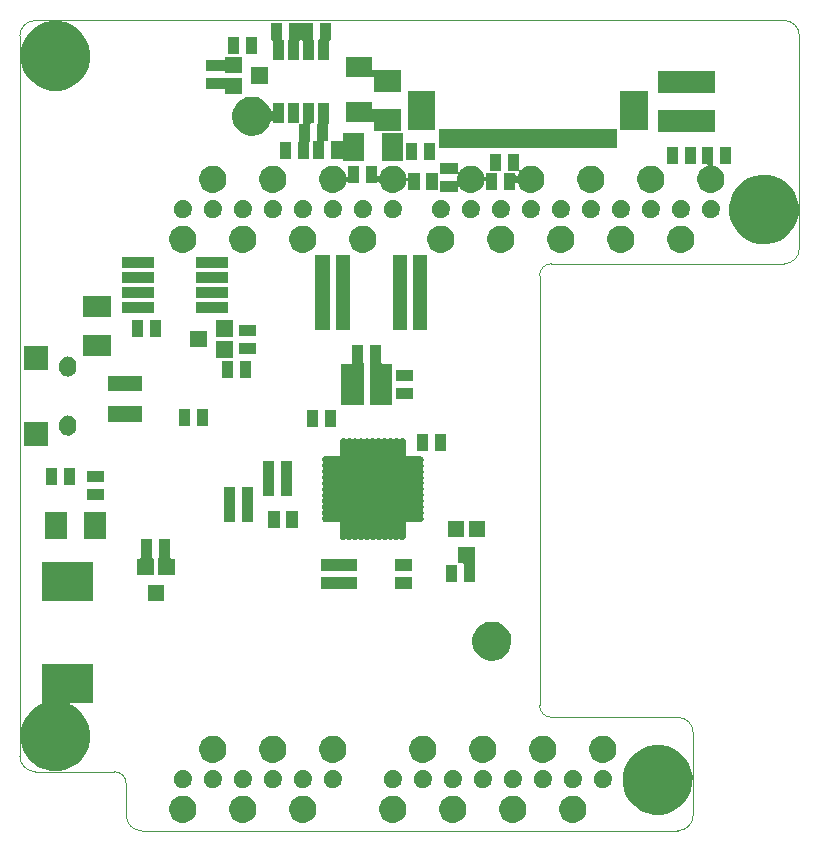
<source format=gbs>
G04 (created by PCBNEW (2013-07-07 BZR 4022)-stable) date 23/06/2014 21:29:36*
%MOIN*%
G04 Gerber Fmt 3.4, Leading zero omitted, Abs format*
%FSLAX34Y34*%
G01*
G70*
G90*
G04 APERTURE LIST*
%ADD10C,0.00590551*%
%ADD11C,0.000393701*%
G04 APERTURE END LIST*
G54D10*
G54D11*
X42173Y-51606D02*
X42173Y-27590D01*
X42173Y-27590D02*
G75*
G02X42685Y-27078I511J0D01*
G74*
G01*
X45716Y-52511D02*
X45716Y-53574D01*
X42685Y-52118D02*
X45322Y-52118D01*
X67645Y-27078D02*
X42685Y-27078D01*
X68157Y-34677D02*
X68157Y-27590D01*
X59889Y-35188D02*
X67645Y-35188D01*
X59496Y-49913D02*
X59496Y-35582D01*
X64102Y-50307D02*
X59889Y-50307D01*
X64614Y-53574D02*
X64614Y-50818D01*
X46228Y-54086D02*
X64102Y-54086D01*
X45322Y-52118D02*
G75*
G02X45716Y-52511I0J-393D01*
G74*
G01*
X42685Y-52118D02*
G75*
G02X42173Y-51606I0J511D01*
G74*
G01*
X67645Y-27078D02*
G75*
G02X68157Y-27590I0J-511D01*
G74*
G01*
X68157Y-34678D02*
G75*
G02X67645Y-35188I-511J0D01*
G74*
G01*
X59496Y-35581D02*
G75*
G02X59889Y-35188I393J0D01*
G74*
G01*
X59889Y-50307D02*
G75*
G02X59496Y-49913I0J393D01*
G74*
G01*
X64103Y-50307D02*
G75*
G02X64614Y-50818I0J-511D01*
G74*
G01*
X64614Y-53575D02*
G75*
G02X64102Y-54086I-511J0D01*
G74*
G01*
X46227Y-54086D02*
G75*
G02X45716Y-53574I0J511D01*
G74*
G01*
G54D10*
G36*
X43099Y-38733D02*
X42310Y-38733D01*
X42310Y-37944D01*
X43099Y-37944D01*
X43099Y-38733D01*
X43099Y-38733D01*
G37*
G36*
X43099Y-41252D02*
X42310Y-41252D01*
X42310Y-40463D01*
X43099Y-40463D01*
X43099Y-41252D01*
X43099Y-41252D01*
G37*
G36*
X43408Y-42568D02*
X43038Y-42568D01*
X43038Y-41998D01*
X43408Y-41998D01*
X43408Y-42568D01*
X43408Y-42568D01*
G37*
G36*
X43745Y-44377D02*
X43025Y-44377D01*
X43025Y-43457D01*
X43745Y-43457D01*
X43745Y-44377D01*
X43745Y-44377D01*
G37*
G36*
X44008Y-42568D02*
X43638Y-42568D01*
X43638Y-41998D01*
X44008Y-41998D01*
X44008Y-42568D01*
X44008Y-42568D01*
G37*
G36*
X44053Y-38657D02*
X44053Y-38662D01*
X44053Y-38668D01*
X44053Y-38668D01*
X44046Y-38724D01*
X44046Y-38724D01*
X44046Y-38725D01*
X44030Y-38777D01*
X44002Y-38826D01*
X43967Y-38868D01*
X43923Y-38904D01*
X43874Y-38929D01*
X43820Y-38945D01*
X43766Y-38950D01*
X43710Y-38944D01*
X43657Y-38928D01*
X43607Y-38901D01*
X43565Y-38866D01*
X43529Y-38823D01*
X43503Y-38774D01*
X43487Y-38720D01*
X43481Y-38657D01*
X43481Y-38570D01*
X43481Y-38566D01*
X43482Y-38559D01*
X43482Y-38559D01*
X43488Y-38503D01*
X43488Y-38503D01*
X43488Y-38503D01*
X43505Y-38451D01*
X43532Y-38401D01*
X43567Y-38359D01*
X43611Y-38324D01*
X43660Y-38298D01*
X43714Y-38282D01*
X43769Y-38277D01*
X43825Y-38283D01*
X43878Y-38299D01*
X43927Y-38326D01*
X43970Y-38361D01*
X44005Y-38405D01*
X44031Y-38454D01*
X44047Y-38507D01*
X44053Y-38570D01*
X44053Y-38657D01*
X44053Y-38657D01*
G37*
G36*
X44053Y-40626D02*
X44053Y-40630D01*
X44053Y-40637D01*
X44053Y-40637D01*
X44046Y-40692D01*
X44046Y-40692D01*
X44046Y-40693D01*
X44030Y-40745D01*
X44002Y-40795D01*
X43967Y-40837D01*
X43923Y-40872D01*
X43874Y-40898D01*
X43820Y-40914D01*
X43766Y-40919D01*
X43710Y-40913D01*
X43657Y-40896D01*
X43607Y-40870D01*
X43565Y-40834D01*
X43529Y-40791D01*
X43503Y-40742D01*
X43487Y-40689D01*
X43481Y-40626D01*
X43481Y-40539D01*
X43481Y-40534D01*
X43482Y-40528D01*
X43482Y-40527D01*
X43488Y-40472D01*
X43488Y-40472D01*
X43488Y-40471D01*
X43505Y-40419D01*
X43532Y-40370D01*
X43567Y-40328D01*
X43611Y-40292D01*
X43660Y-40267D01*
X43714Y-40251D01*
X43769Y-40246D01*
X43825Y-40252D01*
X43878Y-40268D01*
X43927Y-40295D01*
X43970Y-40330D01*
X44005Y-40373D01*
X44031Y-40422D01*
X44047Y-40476D01*
X44053Y-40539D01*
X44053Y-40626D01*
X44053Y-40626D01*
G37*
G36*
X44516Y-28148D02*
X44512Y-28403D01*
X44461Y-28631D01*
X44370Y-28833D01*
X44236Y-29024D01*
X44075Y-29177D01*
X43878Y-29303D01*
X43671Y-29383D01*
X43440Y-29423D01*
X43219Y-29419D01*
X42990Y-29369D01*
X42787Y-29280D01*
X42595Y-29146D01*
X42441Y-28987D01*
X42314Y-28790D01*
X42233Y-28584D01*
X42190Y-28354D01*
X42193Y-28133D01*
X42242Y-27903D01*
X42329Y-27700D01*
X42462Y-27506D01*
X42620Y-27352D01*
X42816Y-27223D01*
X43021Y-27140D01*
X43252Y-27096D01*
X43472Y-27098D01*
X43703Y-27145D01*
X43906Y-27231D01*
X44101Y-27362D01*
X44256Y-27519D01*
X44386Y-27715D01*
X44470Y-27918D01*
X44516Y-28148D01*
X44516Y-28148D01*
G37*
G36*
X44595Y-46429D02*
X42900Y-46429D01*
X42900Y-45129D01*
X44595Y-45129D01*
X44595Y-46429D01*
X44595Y-46429D01*
G37*
G36*
X44595Y-49815D02*
X43885Y-49815D01*
X43869Y-49815D01*
X43855Y-49821D01*
X43844Y-49832D01*
X43838Y-49846D01*
X43838Y-49862D01*
X43844Y-49876D01*
X43855Y-49887D01*
X43906Y-49908D01*
X44101Y-50039D01*
X44256Y-50196D01*
X44386Y-50392D01*
X44470Y-50595D01*
X44516Y-50825D01*
X44512Y-51080D01*
X44461Y-51308D01*
X44370Y-51511D01*
X44236Y-51701D01*
X44075Y-51855D01*
X43878Y-51980D01*
X43671Y-52060D01*
X43440Y-52101D01*
X43219Y-52096D01*
X42990Y-52046D01*
X42787Y-51957D01*
X42595Y-51823D01*
X42441Y-51664D01*
X42314Y-51467D01*
X42233Y-51261D01*
X42190Y-51031D01*
X42193Y-50810D01*
X42242Y-50580D01*
X42329Y-50377D01*
X42462Y-50183D01*
X42620Y-50029D01*
X42816Y-49900D01*
X42869Y-49879D01*
X42884Y-49873D01*
X42894Y-49862D01*
X42900Y-49848D01*
X42900Y-49833D01*
X42900Y-48514D01*
X44595Y-48514D01*
X44595Y-49815D01*
X44595Y-49815D01*
G37*
G36*
X44969Y-42463D02*
X44400Y-42463D01*
X44400Y-42093D01*
X44969Y-42093D01*
X44969Y-42463D01*
X44969Y-42463D01*
G37*
G36*
X44969Y-43063D02*
X44400Y-43063D01*
X44400Y-42693D01*
X44969Y-42693D01*
X44969Y-43063D01*
X44969Y-43063D01*
G37*
G36*
X45045Y-44377D02*
X44325Y-44377D01*
X44325Y-43457D01*
X45045Y-43457D01*
X45045Y-44377D01*
X45045Y-44377D01*
G37*
G36*
X45203Y-36973D02*
X44284Y-36973D01*
X44284Y-36253D01*
X45203Y-36253D01*
X45203Y-36973D01*
X45203Y-36973D01*
G37*
G36*
X45203Y-38273D02*
X44284Y-38273D01*
X44284Y-37553D01*
X45203Y-37553D01*
X45203Y-38273D01*
X45203Y-38273D01*
G37*
G36*
X46239Y-39429D02*
X45911Y-39429D01*
X45896Y-39429D01*
X45816Y-39429D01*
X45801Y-39429D01*
X45537Y-39429D01*
X45522Y-39429D01*
X45442Y-39429D01*
X45427Y-39429D01*
X45099Y-39429D01*
X45099Y-38916D01*
X45427Y-38916D01*
X45442Y-38916D01*
X45522Y-38916D01*
X45537Y-38916D01*
X45801Y-38916D01*
X45816Y-38916D01*
X45896Y-38916D01*
X45911Y-38916D01*
X46239Y-38916D01*
X46239Y-39429D01*
X46239Y-39429D01*
G37*
G36*
X46239Y-40453D02*
X45911Y-40453D01*
X45896Y-40453D01*
X45816Y-40453D01*
X45801Y-40453D01*
X45537Y-40453D01*
X45522Y-40453D01*
X45442Y-40453D01*
X45427Y-40453D01*
X45099Y-40453D01*
X45099Y-39940D01*
X45427Y-39940D01*
X45442Y-39940D01*
X45522Y-39940D01*
X45537Y-39940D01*
X45801Y-39940D01*
X45816Y-39940D01*
X45896Y-39940D01*
X45911Y-39940D01*
X46239Y-39940D01*
X46239Y-40453D01*
X46239Y-40453D01*
G37*
G36*
X46282Y-37647D02*
X45912Y-37647D01*
X45912Y-37077D01*
X46282Y-37077D01*
X46282Y-37647D01*
X46282Y-37647D01*
G37*
G36*
X46627Y-35333D02*
X45563Y-35333D01*
X45563Y-34977D01*
X46627Y-34977D01*
X46627Y-35333D01*
X46627Y-35333D01*
G37*
G36*
X46627Y-35833D02*
X45563Y-35833D01*
X45563Y-35477D01*
X46627Y-35477D01*
X46627Y-35833D01*
X46627Y-35833D01*
G37*
G36*
X46627Y-36333D02*
X45563Y-36333D01*
X45563Y-35977D01*
X46627Y-35977D01*
X46627Y-36333D01*
X46627Y-36333D01*
G37*
G36*
X46627Y-36833D02*
X45563Y-36833D01*
X45563Y-36477D01*
X46627Y-36477D01*
X46627Y-36833D01*
X46627Y-36833D01*
G37*
G36*
X46638Y-45571D02*
X46086Y-45571D01*
X46086Y-45018D01*
X46161Y-45018D01*
X46177Y-45018D01*
X46191Y-45013D01*
X46202Y-45002D01*
X46208Y-44987D01*
X46208Y-44972D01*
X46208Y-44380D01*
X46577Y-44380D01*
X46577Y-44972D01*
X46577Y-44987D01*
X46583Y-45002D01*
X46594Y-45013D01*
X46608Y-45018D01*
X46624Y-45018D01*
X46638Y-45018D01*
X46638Y-45571D01*
X46638Y-45571D01*
G37*
G36*
X46882Y-37647D02*
X46512Y-37647D01*
X46512Y-37077D01*
X46882Y-37077D01*
X46882Y-37647D01*
X46882Y-37647D01*
G37*
G36*
X46988Y-46437D02*
X46436Y-46437D01*
X46436Y-45885D01*
X46988Y-45885D01*
X46988Y-46437D01*
X46988Y-46437D01*
G37*
G36*
X47338Y-45571D02*
X46786Y-45571D01*
X46786Y-45015D01*
X46791Y-45013D01*
X46802Y-45002D01*
X46808Y-44987D01*
X46808Y-44972D01*
X46808Y-44380D01*
X47177Y-44380D01*
X47177Y-44972D01*
X47177Y-44987D01*
X47183Y-45002D01*
X47194Y-45013D01*
X47208Y-45018D01*
X47224Y-45018D01*
X47338Y-45018D01*
X47338Y-45571D01*
X47338Y-45571D01*
G37*
G36*
X47837Y-40599D02*
X47467Y-40599D01*
X47467Y-40030D01*
X47837Y-40030D01*
X47837Y-40599D01*
X47837Y-40599D01*
G37*
G36*
X47908Y-33342D02*
X47907Y-33405D01*
X47892Y-33469D01*
X47870Y-33519D01*
X47832Y-33572D01*
X47793Y-33610D01*
X47738Y-33645D01*
X47687Y-33664D01*
X47622Y-33676D01*
X47569Y-33675D01*
X47504Y-33661D01*
X47455Y-33639D01*
X47401Y-33601D01*
X47363Y-33563D01*
X47327Y-33507D01*
X47308Y-33457D01*
X47296Y-33392D01*
X47296Y-33339D01*
X47310Y-33274D01*
X47331Y-33225D01*
X47369Y-33170D01*
X47407Y-33133D01*
X47463Y-33096D01*
X47512Y-33076D01*
X47578Y-33064D01*
X47630Y-33064D01*
X47696Y-33077D01*
X47745Y-33098D01*
X47800Y-33135D01*
X47837Y-33173D01*
X47875Y-33229D01*
X47895Y-33277D01*
X47908Y-33342D01*
X47908Y-33342D01*
G37*
G36*
X47908Y-52342D02*
X47907Y-52405D01*
X47892Y-52469D01*
X47870Y-52519D01*
X47832Y-52572D01*
X47793Y-52610D01*
X47738Y-52645D01*
X47687Y-52664D01*
X47622Y-52676D01*
X47569Y-52675D01*
X47504Y-52661D01*
X47455Y-52639D01*
X47401Y-52601D01*
X47363Y-52563D01*
X47327Y-52507D01*
X47308Y-52457D01*
X47296Y-52392D01*
X47296Y-52339D01*
X47310Y-52274D01*
X47331Y-52225D01*
X47369Y-52170D01*
X47407Y-52133D01*
X47463Y-52096D01*
X47512Y-52076D01*
X47578Y-52064D01*
X47630Y-52064D01*
X47696Y-52077D01*
X47745Y-52098D01*
X47800Y-52135D01*
X47837Y-52173D01*
X47875Y-52229D01*
X47895Y-52277D01*
X47908Y-52342D01*
X47908Y-52342D01*
G37*
G36*
X48055Y-34328D02*
X48054Y-34424D01*
X48033Y-34516D01*
X47999Y-34592D01*
X47945Y-34669D01*
X47884Y-34727D01*
X47804Y-34777D01*
X47727Y-34807D01*
X47634Y-34824D01*
X47551Y-34822D01*
X47458Y-34802D01*
X47382Y-34769D01*
X47304Y-34714D01*
X47247Y-34655D01*
X47195Y-34575D01*
X47165Y-34498D01*
X47148Y-34404D01*
X47149Y-34322D01*
X47169Y-34229D01*
X47201Y-34153D01*
X47255Y-34074D01*
X47314Y-34017D01*
X47394Y-33964D01*
X47470Y-33934D01*
X47564Y-33916D01*
X47646Y-33916D01*
X47740Y-33936D01*
X47815Y-33967D01*
X47895Y-34021D01*
X47952Y-34079D01*
X48006Y-34159D01*
X48037Y-34234D01*
X48055Y-34328D01*
X48055Y-34328D01*
G37*
G36*
X48055Y-53328D02*
X48054Y-53424D01*
X48033Y-53516D01*
X47999Y-53592D01*
X47945Y-53669D01*
X47884Y-53727D01*
X47804Y-53777D01*
X47727Y-53807D01*
X47634Y-53824D01*
X47551Y-53822D01*
X47458Y-53802D01*
X47382Y-53769D01*
X47304Y-53714D01*
X47247Y-53655D01*
X47195Y-53575D01*
X47165Y-53498D01*
X47148Y-53404D01*
X47149Y-53322D01*
X47169Y-53229D01*
X47201Y-53153D01*
X47255Y-53074D01*
X47314Y-53017D01*
X47394Y-52964D01*
X47470Y-52934D01*
X47564Y-52916D01*
X47646Y-52916D01*
X47740Y-52936D01*
X47815Y-52967D01*
X47895Y-53021D01*
X47952Y-53079D01*
X48006Y-53159D01*
X48037Y-53234D01*
X48055Y-53328D01*
X48055Y-53328D01*
G37*
G36*
X48406Y-37973D02*
X47853Y-37973D01*
X47853Y-37420D01*
X48406Y-37420D01*
X48406Y-37973D01*
X48406Y-37973D01*
G37*
G36*
X48437Y-40599D02*
X48067Y-40599D01*
X48067Y-40030D01*
X48437Y-40030D01*
X48437Y-40599D01*
X48437Y-40599D01*
G37*
G36*
X48908Y-33342D02*
X48907Y-33405D01*
X48892Y-33469D01*
X48870Y-33519D01*
X48832Y-33572D01*
X48793Y-33610D01*
X48738Y-33645D01*
X48687Y-33664D01*
X48622Y-33676D01*
X48569Y-33675D01*
X48504Y-33661D01*
X48455Y-33639D01*
X48401Y-33601D01*
X48363Y-33563D01*
X48327Y-33507D01*
X48308Y-33457D01*
X48296Y-33392D01*
X48296Y-33339D01*
X48310Y-33274D01*
X48331Y-33225D01*
X48369Y-33170D01*
X48407Y-33133D01*
X48463Y-33096D01*
X48512Y-33076D01*
X48578Y-33064D01*
X48630Y-33064D01*
X48696Y-33077D01*
X48745Y-33098D01*
X48800Y-33135D01*
X48837Y-33173D01*
X48875Y-33229D01*
X48895Y-33277D01*
X48908Y-33342D01*
X48908Y-33342D01*
G37*
G36*
X48908Y-52342D02*
X48907Y-52405D01*
X48892Y-52469D01*
X48870Y-52519D01*
X48832Y-52572D01*
X48793Y-52610D01*
X48738Y-52645D01*
X48687Y-52664D01*
X48622Y-52676D01*
X48569Y-52675D01*
X48504Y-52661D01*
X48455Y-52639D01*
X48401Y-52601D01*
X48363Y-52563D01*
X48327Y-52507D01*
X48308Y-52457D01*
X48296Y-52392D01*
X48296Y-52339D01*
X48310Y-52274D01*
X48331Y-52225D01*
X48369Y-52170D01*
X48407Y-52133D01*
X48463Y-52096D01*
X48512Y-52076D01*
X48578Y-52064D01*
X48630Y-52064D01*
X48696Y-52077D01*
X48745Y-52098D01*
X48800Y-52135D01*
X48837Y-52173D01*
X48875Y-52229D01*
X48895Y-52277D01*
X48908Y-52342D01*
X48908Y-52342D01*
G37*
G36*
X49055Y-32328D02*
X49054Y-32424D01*
X49033Y-32516D01*
X48999Y-32592D01*
X48945Y-32669D01*
X48884Y-32727D01*
X48804Y-32777D01*
X48727Y-32807D01*
X48634Y-32824D01*
X48551Y-32822D01*
X48458Y-32802D01*
X48382Y-32769D01*
X48304Y-32714D01*
X48247Y-32655D01*
X48195Y-32575D01*
X48165Y-32498D01*
X48148Y-32404D01*
X48149Y-32322D01*
X48169Y-32229D01*
X48201Y-32153D01*
X48255Y-32074D01*
X48314Y-32017D01*
X48394Y-31964D01*
X48470Y-31934D01*
X48564Y-31916D01*
X48646Y-31916D01*
X48740Y-31936D01*
X48815Y-31967D01*
X48895Y-32021D01*
X48952Y-32079D01*
X49006Y-32159D01*
X49037Y-32234D01*
X49055Y-32328D01*
X49055Y-32328D01*
G37*
G36*
X49055Y-51328D02*
X49054Y-51424D01*
X49033Y-51516D01*
X48999Y-51592D01*
X48945Y-51669D01*
X48884Y-51727D01*
X48804Y-51777D01*
X48727Y-51807D01*
X48634Y-51824D01*
X48551Y-51822D01*
X48458Y-51802D01*
X48382Y-51769D01*
X48304Y-51714D01*
X48247Y-51655D01*
X48195Y-51575D01*
X48165Y-51498D01*
X48148Y-51404D01*
X48149Y-51322D01*
X48169Y-51229D01*
X48201Y-51153D01*
X48255Y-51074D01*
X48314Y-51017D01*
X48394Y-50964D01*
X48470Y-50934D01*
X48564Y-50916D01*
X48646Y-50916D01*
X48740Y-50936D01*
X48815Y-50967D01*
X48895Y-51021D01*
X48952Y-51079D01*
X49006Y-51159D01*
X49037Y-51234D01*
X49055Y-51328D01*
X49055Y-51328D01*
G37*
G36*
X49121Y-35333D02*
X48057Y-35333D01*
X48057Y-34977D01*
X49121Y-34977D01*
X49121Y-35333D01*
X49121Y-35333D01*
G37*
G36*
X49121Y-35833D02*
X48057Y-35833D01*
X48057Y-35477D01*
X49121Y-35477D01*
X49121Y-35833D01*
X49121Y-35833D01*
G37*
G36*
X49121Y-36333D02*
X48057Y-36333D01*
X48057Y-35977D01*
X49121Y-35977D01*
X49121Y-36333D01*
X49121Y-36333D01*
G37*
G36*
X49121Y-36833D02*
X48057Y-36833D01*
X48057Y-36477D01*
X49121Y-36477D01*
X49121Y-36833D01*
X49121Y-36833D01*
G37*
G36*
X49272Y-37623D02*
X48719Y-37623D01*
X48719Y-37070D01*
X49272Y-37070D01*
X49272Y-37623D01*
X49272Y-37623D01*
G37*
G36*
X49272Y-38323D02*
X48719Y-38323D01*
X48719Y-37770D01*
X49272Y-37770D01*
X49272Y-38323D01*
X49272Y-38323D01*
G37*
G36*
X49274Y-38985D02*
X48904Y-38985D01*
X48904Y-38415D01*
X49274Y-38415D01*
X49274Y-38985D01*
X49274Y-38985D01*
G37*
G36*
X49333Y-43808D02*
X48964Y-43808D01*
X48964Y-43244D01*
X48964Y-43229D01*
X48964Y-43207D01*
X48964Y-43192D01*
X48964Y-42628D01*
X49333Y-42628D01*
X49333Y-43192D01*
X49333Y-43207D01*
X49333Y-43229D01*
X49333Y-43244D01*
X49333Y-43808D01*
X49333Y-43808D01*
G37*
G36*
X49471Y-28198D02*
X49101Y-28198D01*
X49101Y-27628D01*
X49471Y-27628D01*
X49471Y-28198D01*
X49471Y-28198D01*
G37*
G36*
X49567Y-28843D02*
X49014Y-28843D01*
X49014Y-28809D01*
X49014Y-28793D01*
X49009Y-28779D01*
X48998Y-28768D01*
X48984Y-28762D01*
X48968Y-28762D01*
X48376Y-28762D01*
X48376Y-28393D01*
X48968Y-28393D01*
X48984Y-28393D01*
X48998Y-28387D01*
X49009Y-28376D01*
X49014Y-28362D01*
X49014Y-28346D01*
X49014Y-28290D01*
X49567Y-28290D01*
X49567Y-28843D01*
X49567Y-28843D01*
G37*
G36*
X49567Y-29543D02*
X49014Y-29543D01*
X49014Y-29409D01*
X49014Y-29393D01*
X49009Y-29379D01*
X48998Y-29368D01*
X48984Y-29362D01*
X48968Y-29362D01*
X48376Y-29362D01*
X48376Y-28993D01*
X48968Y-28993D01*
X48984Y-28993D01*
X48989Y-28990D01*
X49567Y-28990D01*
X49567Y-29543D01*
X49567Y-29543D01*
G37*
G36*
X49874Y-38985D02*
X49504Y-38985D01*
X49504Y-38415D01*
X49874Y-38415D01*
X49874Y-38985D01*
X49874Y-38985D01*
G37*
G36*
X49908Y-33342D02*
X49907Y-33405D01*
X49892Y-33469D01*
X49870Y-33519D01*
X49832Y-33572D01*
X49793Y-33610D01*
X49738Y-33645D01*
X49687Y-33664D01*
X49622Y-33676D01*
X49569Y-33675D01*
X49504Y-33661D01*
X49455Y-33639D01*
X49401Y-33601D01*
X49363Y-33563D01*
X49327Y-33507D01*
X49308Y-33457D01*
X49296Y-33392D01*
X49296Y-33339D01*
X49310Y-33274D01*
X49331Y-33225D01*
X49369Y-33170D01*
X49407Y-33133D01*
X49463Y-33096D01*
X49512Y-33076D01*
X49578Y-33064D01*
X49630Y-33064D01*
X49696Y-33077D01*
X49745Y-33098D01*
X49800Y-33135D01*
X49837Y-33173D01*
X49875Y-33229D01*
X49895Y-33277D01*
X49908Y-33342D01*
X49908Y-33342D01*
G37*
G36*
X49908Y-52342D02*
X49907Y-52405D01*
X49892Y-52469D01*
X49870Y-52519D01*
X49832Y-52572D01*
X49793Y-52610D01*
X49738Y-52645D01*
X49687Y-52664D01*
X49622Y-52676D01*
X49569Y-52675D01*
X49504Y-52661D01*
X49455Y-52639D01*
X49401Y-52601D01*
X49363Y-52563D01*
X49327Y-52507D01*
X49308Y-52457D01*
X49296Y-52392D01*
X49296Y-52339D01*
X49310Y-52274D01*
X49331Y-52225D01*
X49369Y-52170D01*
X49407Y-52133D01*
X49463Y-52096D01*
X49512Y-52076D01*
X49578Y-52064D01*
X49630Y-52064D01*
X49696Y-52077D01*
X49745Y-52098D01*
X49800Y-52135D01*
X49837Y-52173D01*
X49875Y-52229D01*
X49895Y-52277D01*
X49908Y-52342D01*
X49908Y-52342D01*
G37*
G36*
X49933Y-43808D02*
X49564Y-43808D01*
X49564Y-43244D01*
X49564Y-43229D01*
X49564Y-43207D01*
X49564Y-43192D01*
X49564Y-42628D01*
X49933Y-42628D01*
X49933Y-43192D01*
X49933Y-43207D01*
X49933Y-43229D01*
X49933Y-43244D01*
X49933Y-43808D01*
X49933Y-43808D01*
G37*
G36*
X50048Y-37601D02*
X49478Y-37601D01*
X49478Y-37231D01*
X50048Y-37231D01*
X50048Y-37601D01*
X50048Y-37601D01*
G37*
G36*
X50048Y-38201D02*
X49478Y-38201D01*
X49478Y-37831D01*
X50048Y-37831D01*
X50048Y-38201D01*
X50048Y-38201D01*
G37*
G36*
X50055Y-34328D02*
X50054Y-34424D01*
X50033Y-34516D01*
X49999Y-34592D01*
X49945Y-34669D01*
X49884Y-34727D01*
X49804Y-34777D01*
X49727Y-34807D01*
X49634Y-34824D01*
X49551Y-34822D01*
X49458Y-34802D01*
X49382Y-34769D01*
X49304Y-34714D01*
X49247Y-34655D01*
X49195Y-34575D01*
X49165Y-34498D01*
X49148Y-34404D01*
X49149Y-34322D01*
X49169Y-34229D01*
X49201Y-34153D01*
X49255Y-34074D01*
X49314Y-34017D01*
X49394Y-33964D01*
X49470Y-33934D01*
X49564Y-33916D01*
X49646Y-33916D01*
X49740Y-33936D01*
X49815Y-33967D01*
X49895Y-34021D01*
X49952Y-34079D01*
X50006Y-34159D01*
X50037Y-34234D01*
X50055Y-34328D01*
X50055Y-34328D01*
G37*
G36*
X50055Y-53328D02*
X50054Y-53424D01*
X50033Y-53516D01*
X49999Y-53592D01*
X49945Y-53669D01*
X49884Y-53727D01*
X49804Y-53777D01*
X49727Y-53807D01*
X49634Y-53824D01*
X49551Y-53822D01*
X49458Y-53802D01*
X49382Y-53769D01*
X49304Y-53714D01*
X49247Y-53655D01*
X49195Y-53575D01*
X49165Y-53498D01*
X49148Y-53404D01*
X49149Y-53322D01*
X49169Y-53229D01*
X49201Y-53153D01*
X49255Y-53074D01*
X49314Y-53017D01*
X49394Y-52964D01*
X49470Y-52934D01*
X49564Y-52916D01*
X49646Y-52916D01*
X49740Y-52936D01*
X49815Y-52967D01*
X49895Y-53021D01*
X49952Y-53079D01*
X50006Y-53159D01*
X50037Y-53234D01*
X50055Y-53328D01*
X50055Y-53328D01*
G37*
G36*
X50071Y-28198D02*
X49701Y-28198D01*
X49701Y-27628D01*
X50071Y-27628D01*
X50071Y-28198D01*
X50071Y-28198D01*
G37*
G36*
X50433Y-29193D02*
X49881Y-29193D01*
X49881Y-28640D01*
X50433Y-28640D01*
X50433Y-29193D01*
X50433Y-29193D01*
G37*
G36*
X50632Y-42942D02*
X50263Y-42942D01*
X50263Y-42378D01*
X50263Y-42362D01*
X50263Y-42341D01*
X50263Y-42326D01*
X50263Y-41762D01*
X50632Y-41762D01*
X50632Y-42326D01*
X50632Y-42341D01*
X50632Y-42362D01*
X50632Y-42378D01*
X50632Y-42942D01*
X50632Y-42942D01*
G37*
G36*
X50829Y-44005D02*
X50460Y-44005D01*
X50460Y-43435D01*
X50829Y-43435D01*
X50829Y-44005D01*
X50829Y-44005D01*
G37*
G36*
X50908Y-33342D02*
X50907Y-33405D01*
X50892Y-33469D01*
X50870Y-33519D01*
X50832Y-33572D01*
X50793Y-33610D01*
X50738Y-33645D01*
X50687Y-33664D01*
X50622Y-33676D01*
X50569Y-33675D01*
X50504Y-33661D01*
X50455Y-33639D01*
X50401Y-33601D01*
X50363Y-33563D01*
X50327Y-33507D01*
X50308Y-33457D01*
X50296Y-33392D01*
X50296Y-33339D01*
X50310Y-33274D01*
X50331Y-33225D01*
X50369Y-33170D01*
X50407Y-33133D01*
X50463Y-33096D01*
X50512Y-33076D01*
X50578Y-33064D01*
X50630Y-33064D01*
X50696Y-33077D01*
X50745Y-33098D01*
X50800Y-33135D01*
X50837Y-33173D01*
X50875Y-33229D01*
X50895Y-33277D01*
X50908Y-33342D01*
X50908Y-33342D01*
G37*
G36*
X50908Y-52342D02*
X50907Y-52405D01*
X50892Y-52469D01*
X50870Y-52519D01*
X50832Y-52572D01*
X50793Y-52610D01*
X50738Y-52645D01*
X50687Y-52664D01*
X50622Y-52676D01*
X50569Y-52675D01*
X50504Y-52661D01*
X50455Y-52639D01*
X50401Y-52601D01*
X50363Y-52563D01*
X50327Y-52507D01*
X50308Y-52457D01*
X50296Y-52392D01*
X50296Y-52339D01*
X50310Y-52274D01*
X50331Y-52225D01*
X50369Y-52170D01*
X50407Y-52133D01*
X50463Y-52096D01*
X50512Y-52076D01*
X50578Y-52064D01*
X50630Y-52064D01*
X50696Y-52077D01*
X50745Y-52098D01*
X50800Y-52135D01*
X50837Y-52173D01*
X50875Y-52229D01*
X50895Y-52277D01*
X50908Y-52342D01*
X50908Y-52342D01*
G37*
G36*
X50963Y-28399D02*
X50607Y-28399D01*
X50607Y-27791D01*
X50607Y-27776D01*
X50601Y-27762D01*
X50590Y-27751D01*
X50576Y-27745D01*
X50561Y-27745D01*
X50538Y-27745D01*
X50538Y-27175D01*
X50908Y-27175D01*
X50908Y-27682D01*
X50908Y-27697D01*
X50914Y-27712D01*
X50925Y-27722D01*
X50939Y-27728D01*
X50954Y-27728D01*
X50963Y-27728D01*
X50963Y-28399D01*
X50963Y-28399D01*
G37*
G36*
X50963Y-30499D02*
X50607Y-30499D01*
X50607Y-30464D01*
X50607Y-30449D01*
X50601Y-30435D01*
X50590Y-30424D01*
X50576Y-30418D01*
X50561Y-30418D01*
X50547Y-30424D01*
X50536Y-30435D01*
X50530Y-30449D01*
X50524Y-30476D01*
X50474Y-30587D01*
X50397Y-30696D01*
X50309Y-30780D01*
X50197Y-30851D01*
X50084Y-30895D01*
X49952Y-30919D01*
X49831Y-30916D01*
X49700Y-30887D01*
X49589Y-30839D01*
X49479Y-30762D01*
X49395Y-30675D01*
X49323Y-30563D01*
X49278Y-30450D01*
X49254Y-30319D01*
X49256Y-30198D01*
X49284Y-30067D01*
X49331Y-29956D01*
X49407Y-29845D01*
X49493Y-29760D01*
X49606Y-29687D01*
X49717Y-29642D01*
X49849Y-29616D01*
X49970Y-29617D01*
X50102Y-29644D01*
X50212Y-29691D01*
X50324Y-29766D01*
X50409Y-29852D01*
X50483Y-29964D01*
X50529Y-30075D01*
X50530Y-30079D01*
X50536Y-30093D01*
X50547Y-30104D01*
X50561Y-30109D01*
X50576Y-30109D01*
X50590Y-30104D01*
X50601Y-30093D01*
X50607Y-30079D01*
X50607Y-30063D01*
X50607Y-29828D01*
X50963Y-29828D01*
X50963Y-30499D01*
X50963Y-30499D01*
G37*
G36*
X51055Y-32328D02*
X51054Y-32424D01*
X51033Y-32516D01*
X50999Y-32592D01*
X50945Y-32669D01*
X50884Y-32727D01*
X50804Y-32777D01*
X50727Y-32807D01*
X50634Y-32824D01*
X50551Y-32822D01*
X50458Y-32802D01*
X50382Y-32769D01*
X50304Y-32714D01*
X50247Y-32655D01*
X50195Y-32575D01*
X50165Y-32498D01*
X50148Y-32404D01*
X50149Y-32322D01*
X50169Y-32229D01*
X50201Y-32153D01*
X50255Y-32074D01*
X50314Y-32017D01*
X50394Y-31964D01*
X50470Y-31934D01*
X50564Y-31916D01*
X50646Y-31916D01*
X50740Y-31936D01*
X50815Y-31967D01*
X50895Y-32021D01*
X50952Y-32079D01*
X51006Y-32159D01*
X51037Y-32234D01*
X51055Y-32328D01*
X51055Y-32328D01*
G37*
G36*
X51055Y-51328D02*
X51054Y-51424D01*
X51033Y-51516D01*
X50999Y-51592D01*
X50945Y-51669D01*
X50884Y-51727D01*
X50804Y-51777D01*
X50727Y-51807D01*
X50634Y-51824D01*
X50551Y-51822D01*
X50458Y-51802D01*
X50382Y-51769D01*
X50304Y-51714D01*
X50247Y-51655D01*
X50195Y-51575D01*
X50165Y-51498D01*
X50148Y-51404D01*
X50149Y-51322D01*
X50169Y-51229D01*
X50201Y-51153D01*
X50255Y-51074D01*
X50314Y-51017D01*
X50394Y-50964D01*
X50470Y-50934D01*
X50564Y-50916D01*
X50646Y-50916D01*
X50740Y-50936D01*
X50815Y-50967D01*
X50895Y-51021D01*
X50952Y-51079D01*
X51006Y-51159D01*
X51037Y-51234D01*
X51055Y-51328D01*
X51055Y-51328D01*
G37*
G36*
X51223Y-31702D02*
X50853Y-31702D01*
X50853Y-31132D01*
X51223Y-31132D01*
X51223Y-31702D01*
X51223Y-31702D01*
G37*
G36*
X51232Y-42942D02*
X50863Y-42942D01*
X50863Y-42378D01*
X50863Y-42362D01*
X50863Y-42341D01*
X50863Y-42326D01*
X50863Y-41762D01*
X51232Y-41762D01*
X51232Y-42326D01*
X51232Y-42341D01*
X51232Y-42362D01*
X51232Y-42378D01*
X51232Y-42942D01*
X51232Y-42942D01*
G37*
G36*
X51429Y-44005D02*
X51060Y-44005D01*
X51060Y-43435D01*
X51429Y-43435D01*
X51429Y-44005D01*
X51429Y-44005D01*
G37*
G36*
X51908Y-33342D02*
X51907Y-33405D01*
X51892Y-33469D01*
X51870Y-33519D01*
X51832Y-33572D01*
X51793Y-33610D01*
X51738Y-33645D01*
X51687Y-33664D01*
X51622Y-33676D01*
X51569Y-33675D01*
X51504Y-33661D01*
X51455Y-33639D01*
X51401Y-33601D01*
X51363Y-33563D01*
X51327Y-33507D01*
X51308Y-33457D01*
X51296Y-33392D01*
X51296Y-33339D01*
X51310Y-33274D01*
X51331Y-33225D01*
X51369Y-33170D01*
X51407Y-33133D01*
X51463Y-33096D01*
X51512Y-33076D01*
X51578Y-33064D01*
X51630Y-33064D01*
X51696Y-33077D01*
X51745Y-33098D01*
X51800Y-33135D01*
X51837Y-33173D01*
X51875Y-33229D01*
X51895Y-33277D01*
X51908Y-33342D01*
X51908Y-33342D01*
G37*
G36*
X51908Y-52342D02*
X51907Y-52405D01*
X51892Y-52469D01*
X51870Y-52519D01*
X51832Y-52572D01*
X51793Y-52610D01*
X51738Y-52645D01*
X51687Y-52664D01*
X51622Y-52676D01*
X51569Y-52675D01*
X51504Y-52661D01*
X51455Y-52639D01*
X51401Y-52601D01*
X51363Y-52563D01*
X51327Y-52507D01*
X51308Y-52457D01*
X51296Y-52392D01*
X51296Y-52339D01*
X51310Y-52274D01*
X51331Y-52225D01*
X51369Y-52170D01*
X51407Y-52133D01*
X51463Y-52096D01*
X51512Y-52076D01*
X51578Y-52064D01*
X51630Y-52064D01*
X51696Y-52077D01*
X51745Y-52098D01*
X51800Y-52135D01*
X51837Y-52173D01*
X51875Y-52229D01*
X51895Y-52277D01*
X51908Y-52342D01*
X51908Y-52342D01*
G37*
G36*
X51963Y-28399D02*
X51607Y-28399D01*
X51607Y-27791D01*
X51607Y-27776D01*
X51601Y-27762D01*
X51590Y-27751D01*
X51576Y-27745D01*
X51561Y-27745D01*
X51554Y-27745D01*
X51539Y-27745D01*
X51531Y-27745D01*
X51516Y-27745D01*
X51509Y-27745D01*
X51494Y-27745D01*
X51479Y-27751D01*
X51469Y-27762D01*
X51463Y-27776D01*
X51463Y-27791D01*
X51463Y-28399D01*
X51107Y-28399D01*
X51107Y-27728D01*
X51107Y-27728D01*
X51122Y-27722D01*
X51132Y-27712D01*
X51138Y-27697D01*
X51138Y-27682D01*
X51138Y-27175D01*
X51516Y-27175D01*
X51531Y-27175D01*
X51539Y-27175D01*
X51554Y-27175D01*
X51932Y-27175D01*
X51932Y-27682D01*
X51932Y-27697D01*
X51937Y-27712D01*
X51948Y-27722D01*
X51962Y-27728D01*
X51963Y-27728D01*
X51963Y-28399D01*
X51963Y-28399D01*
G37*
G36*
X51963Y-30499D02*
X51899Y-30499D01*
X51884Y-30499D01*
X51870Y-30505D01*
X51859Y-30516D01*
X51853Y-30530D01*
X51853Y-30545D01*
X51853Y-31092D01*
X51840Y-31097D01*
X51829Y-31108D01*
X51823Y-31122D01*
X51823Y-31138D01*
X51823Y-31702D01*
X51453Y-31702D01*
X51453Y-31132D01*
X51466Y-31126D01*
X51477Y-31115D01*
X51483Y-31101D01*
X51483Y-31086D01*
X51483Y-30545D01*
X51483Y-30530D01*
X51477Y-30516D01*
X51466Y-30505D01*
X51452Y-30499D01*
X51437Y-30499D01*
X51107Y-30499D01*
X51107Y-29828D01*
X51463Y-29828D01*
X51463Y-30475D01*
X51463Y-30491D01*
X51469Y-30505D01*
X51479Y-30516D01*
X51494Y-30522D01*
X51509Y-30522D01*
X51561Y-30522D01*
X51576Y-30522D01*
X51590Y-30516D01*
X51601Y-30505D01*
X51607Y-30491D01*
X51607Y-30475D01*
X51607Y-29828D01*
X51963Y-29828D01*
X51963Y-30499D01*
X51963Y-30499D01*
G37*
G36*
X52055Y-34328D02*
X52054Y-34424D01*
X52033Y-34516D01*
X51999Y-34592D01*
X51945Y-34669D01*
X51884Y-34727D01*
X51804Y-34777D01*
X51727Y-34807D01*
X51634Y-34824D01*
X51551Y-34822D01*
X51458Y-34802D01*
X51382Y-34769D01*
X51304Y-34714D01*
X51247Y-34655D01*
X51195Y-34575D01*
X51165Y-34498D01*
X51148Y-34404D01*
X51149Y-34322D01*
X51169Y-34229D01*
X51201Y-34153D01*
X51255Y-34074D01*
X51314Y-34017D01*
X51394Y-33964D01*
X51470Y-33934D01*
X51564Y-33916D01*
X51646Y-33916D01*
X51740Y-33936D01*
X51815Y-33967D01*
X51895Y-34021D01*
X51952Y-34079D01*
X52006Y-34159D01*
X52037Y-34234D01*
X52055Y-34328D01*
X52055Y-34328D01*
G37*
G36*
X52055Y-53328D02*
X52054Y-53424D01*
X52033Y-53516D01*
X51999Y-53592D01*
X51945Y-53669D01*
X51884Y-53727D01*
X51804Y-53777D01*
X51727Y-53807D01*
X51634Y-53824D01*
X51551Y-53822D01*
X51458Y-53802D01*
X51382Y-53769D01*
X51304Y-53714D01*
X51247Y-53655D01*
X51195Y-53575D01*
X51165Y-53498D01*
X51148Y-53404D01*
X51149Y-53322D01*
X51169Y-53229D01*
X51201Y-53153D01*
X51255Y-53074D01*
X51314Y-53017D01*
X51394Y-52964D01*
X51470Y-52934D01*
X51564Y-52916D01*
X51646Y-52916D01*
X51740Y-52936D01*
X51815Y-52967D01*
X51895Y-53021D01*
X51952Y-53079D01*
X52006Y-53159D01*
X52037Y-53234D01*
X52055Y-53328D01*
X52055Y-53328D01*
G37*
G36*
X52109Y-40639D02*
X51739Y-40639D01*
X51739Y-40069D01*
X52109Y-40069D01*
X52109Y-40639D01*
X52109Y-40639D01*
G37*
G36*
X52463Y-30512D02*
X52459Y-30516D01*
X52453Y-30530D01*
X52453Y-30545D01*
X52453Y-31091D01*
X52352Y-31091D01*
X52337Y-31091D01*
X52322Y-31097D01*
X52311Y-31108D01*
X52306Y-31122D01*
X52306Y-31138D01*
X52306Y-31682D01*
X51936Y-31682D01*
X51936Y-31112D01*
X52037Y-31112D01*
X52052Y-31112D01*
X52066Y-31106D01*
X52077Y-31096D01*
X52083Y-31081D01*
X52083Y-31066D01*
X52083Y-30519D01*
X52090Y-30516D01*
X52101Y-30505D01*
X52107Y-30491D01*
X52107Y-30475D01*
X52107Y-29828D01*
X52463Y-29828D01*
X52463Y-30512D01*
X52463Y-30512D01*
G37*
G36*
X52500Y-37392D02*
X52026Y-37392D01*
X52026Y-37123D01*
X52026Y-37108D01*
X52026Y-37064D01*
X52026Y-37049D01*
X52026Y-36808D01*
X52026Y-36793D01*
X52026Y-36749D01*
X52026Y-36734D01*
X52026Y-36493D01*
X52026Y-36478D01*
X52026Y-36434D01*
X52026Y-36419D01*
X52026Y-36178D01*
X52026Y-36163D01*
X52026Y-36119D01*
X52026Y-36104D01*
X52026Y-35863D01*
X52026Y-35848D01*
X52026Y-35804D01*
X52026Y-35789D01*
X52026Y-35549D01*
X52026Y-35533D01*
X52026Y-35489D01*
X52026Y-35474D01*
X52026Y-35234D01*
X52026Y-35218D01*
X52026Y-35175D01*
X52026Y-35159D01*
X52026Y-34890D01*
X52500Y-34890D01*
X52500Y-35159D01*
X52500Y-35175D01*
X52500Y-35218D01*
X52500Y-35234D01*
X52500Y-35474D01*
X52500Y-35489D01*
X52500Y-35533D01*
X52500Y-35549D01*
X52500Y-35789D01*
X52500Y-35804D01*
X52500Y-35848D01*
X52500Y-35863D01*
X52500Y-36104D01*
X52500Y-36119D01*
X52500Y-36163D01*
X52500Y-36178D01*
X52500Y-36419D01*
X52500Y-36434D01*
X52500Y-36478D01*
X52500Y-36493D01*
X52500Y-36734D01*
X52500Y-36749D01*
X52500Y-36793D01*
X52500Y-36808D01*
X52500Y-37049D01*
X52500Y-37064D01*
X52500Y-37108D01*
X52500Y-37123D01*
X52500Y-37392D01*
X52500Y-37392D01*
G37*
G36*
X52532Y-27745D02*
X52509Y-27745D01*
X52494Y-27745D01*
X52479Y-27751D01*
X52469Y-27762D01*
X52463Y-27776D01*
X52463Y-27791D01*
X52463Y-28399D01*
X52107Y-28399D01*
X52107Y-27728D01*
X52116Y-27728D01*
X52131Y-27728D01*
X52145Y-27722D01*
X52156Y-27712D01*
X52162Y-27697D01*
X52162Y-27682D01*
X52162Y-27175D01*
X52532Y-27175D01*
X52532Y-27745D01*
X52532Y-27745D01*
G37*
G36*
X52709Y-40639D02*
X52339Y-40639D01*
X52339Y-40069D01*
X52709Y-40069D01*
X52709Y-40639D01*
X52709Y-40639D01*
G37*
G36*
X52908Y-33342D02*
X52907Y-33405D01*
X52892Y-33469D01*
X52870Y-33519D01*
X52832Y-33572D01*
X52793Y-33610D01*
X52738Y-33645D01*
X52687Y-33664D01*
X52622Y-33676D01*
X52569Y-33675D01*
X52504Y-33661D01*
X52455Y-33639D01*
X52401Y-33601D01*
X52363Y-33563D01*
X52327Y-33507D01*
X52308Y-33457D01*
X52296Y-33392D01*
X52296Y-33339D01*
X52310Y-33274D01*
X52331Y-33225D01*
X52369Y-33170D01*
X52407Y-33133D01*
X52463Y-33096D01*
X52512Y-33076D01*
X52578Y-33064D01*
X52630Y-33064D01*
X52696Y-33077D01*
X52745Y-33098D01*
X52800Y-33135D01*
X52837Y-33173D01*
X52875Y-33229D01*
X52895Y-33277D01*
X52908Y-33342D01*
X52908Y-33342D01*
G37*
G36*
X52908Y-52342D02*
X52907Y-52405D01*
X52892Y-52469D01*
X52870Y-52519D01*
X52832Y-52572D01*
X52793Y-52610D01*
X52738Y-52645D01*
X52687Y-52664D01*
X52622Y-52676D01*
X52569Y-52675D01*
X52504Y-52661D01*
X52455Y-52639D01*
X52401Y-52601D01*
X52363Y-52563D01*
X52327Y-52507D01*
X52308Y-52457D01*
X52296Y-52392D01*
X52296Y-52339D01*
X52310Y-52274D01*
X52331Y-52225D01*
X52369Y-52170D01*
X52407Y-52133D01*
X52463Y-52096D01*
X52512Y-52076D01*
X52578Y-52064D01*
X52630Y-52064D01*
X52696Y-52077D01*
X52745Y-52098D01*
X52800Y-52135D01*
X52837Y-52173D01*
X52875Y-52229D01*
X52895Y-52277D01*
X52908Y-52342D01*
X52908Y-52342D01*
G37*
G36*
X53055Y-51328D02*
X53054Y-51424D01*
X53033Y-51516D01*
X52999Y-51592D01*
X52945Y-51669D01*
X52884Y-51727D01*
X52804Y-51777D01*
X52727Y-51807D01*
X52634Y-51824D01*
X52551Y-51822D01*
X52458Y-51802D01*
X52382Y-51769D01*
X52304Y-51714D01*
X52247Y-51655D01*
X52195Y-51575D01*
X52165Y-51498D01*
X52148Y-51404D01*
X52149Y-51322D01*
X52169Y-51229D01*
X52201Y-51153D01*
X52255Y-51074D01*
X52314Y-51017D01*
X52394Y-50964D01*
X52470Y-50934D01*
X52564Y-50916D01*
X52646Y-50916D01*
X52740Y-50936D01*
X52815Y-50967D01*
X52895Y-51021D01*
X52952Y-51079D01*
X53006Y-51159D01*
X53037Y-51234D01*
X53055Y-51328D01*
X53055Y-51328D01*
G37*
G36*
X53170Y-37392D02*
X52696Y-37392D01*
X52696Y-37123D01*
X52696Y-37108D01*
X52696Y-37064D01*
X52696Y-37049D01*
X52696Y-36808D01*
X52696Y-36793D01*
X52696Y-36749D01*
X52696Y-36734D01*
X52696Y-36493D01*
X52696Y-36478D01*
X52696Y-36434D01*
X52696Y-36419D01*
X52696Y-36178D01*
X52696Y-36163D01*
X52696Y-36119D01*
X52696Y-36104D01*
X52696Y-35863D01*
X52696Y-35848D01*
X52696Y-35804D01*
X52696Y-35789D01*
X52696Y-35549D01*
X52696Y-35533D01*
X52696Y-35489D01*
X52696Y-35474D01*
X52696Y-35234D01*
X52696Y-35218D01*
X52696Y-35175D01*
X52696Y-35159D01*
X52696Y-34890D01*
X53170Y-34890D01*
X53170Y-35159D01*
X53170Y-35175D01*
X53170Y-35218D01*
X53170Y-35234D01*
X53170Y-35474D01*
X53170Y-35489D01*
X53170Y-35533D01*
X53170Y-35549D01*
X53170Y-35789D01*
X53170Y-35804D01*
X53170Y-35848D01*
X53170Y-35863D01*
X53170Y-36104D01*
X53170Y-36119D01*
X53170Y-36163D01*
X53170Y-36178D01*
X53170Y-36419D01*
X53170Y-36434D01*
X53170Y-36478D01*
X53170Y-36493D01*
X53170Y-36734D01*
X53170Y-36749D01*
X53170Y-36793D01*
X53170Y-36808D01*
X53170Y-37049D01*
X53170Y-37064D01*
X53170Y-37108D01*
X53170Y-37123D01*
X53170Y-37392D01*
X53170Y-37392D01*
G37*
G36*
X53395Y-45416D02*
X52831Y-45416D01*
X52815Y-45416D01*
X52794Y-45416D01*
X52779Y-45416D01*
X52215Y-45416D01*
X52215Y-45046D01*
X52779Y-45046D01*
X52794Y-45046D01*
X52815Y-45046D01*
X52831Y-45046D01*
X53395Y-45046D01*
X53395Y-45416D01*
X53395Y-45416D01*
G37*
G36*
X53395Y-46016D02*
X52831Y-46016D01*
X52815Y-46016D01*
X52794Y-46016D01*
X52779Y-46016D01*
X52215Y-46016D01*
X52215Y-45646D01*
X52779Y-45646D01*
X52794Y-45646D01*
X52815Y-45646D01*
X52831Y-45646D01*
X53395Y-45646D01*
X53395Y-46016D01*
X53395Y-46016D01*
G37*
G36*
X53487Y-32489D02*
X53117Y-32489D01*
X53117Y-32486D01*
X53111Y-32471D01*
X53100Y-32461D01*
X53086Y-32455D01*
X53071Y-32455D01*
X53057Y-32461D01*
X53046Y-32471D01*
X53040Y-32486D01*
X53033Y-32516D01*
X52999Y-32592D01*
X52945Y-32669D01*
X52884Y-32727D01*
X52804Y-32777D01*
X52727Y-32807D01*
X52634Y-32824D01*
X52551Y-32822D01*
X52458Y-32802D01*
X52382Y-32769D01*
X52304Y-32714D01*
X52247Y-32655D01*
X52195Y-32575D01*
X52165Y-32498D01*
X52148Y-32404D01*
X52149Y-32322D01*
X52169Y-32229D01*
X52201Y-32153D01*
X52255Y-32074D01*
X52314Y-32017D01*
X52394Y-31964D01*
X52470Y-31934D01*
X52564Y-31916D01*
X52646Y-31916D01*
X52740Y-31936D01*
X52815Y-31967D01*
X52895Y-32021D01*
X52952Y-32079D01*
X53006Y-32159D01*
X53037Y-32234D01*
X53040Y-32250D01*
X53046Y-32265D01*
X53057Y-32275D01*
X53071Y-32281D01*
X53086Y-32281D01*
X53100Y-32275D01*
X53111Y-32265D01*
X53117Y-32250D01*
X53117Y-32235D01*
X53117Y-31919D01*
X53487Y-31919D01*
X53487Y-32489D01*
X53487Y-32489D01*
G37*
G36*
X53642Y-39902D02*
X52892Y-39902D01*
X52892Y-39239D01*
X52892Y-39224D01*
X52892Y-39200D01*
X52892Y-39185D01*
X52892Y-38522D01*
X53209Y-38522D01*
X53224Y-38522D01*
X53238Y-38516D01*
X53249Y-38506D01*
X53255Y-38491D01*
X53255Y-38476D01*
X53255Y-37884D01*
X53624Y-37884D01*
X53624Y-38476D01*
X53624Y-38491D01*
X53630Y-38506D01*
X53641Y-38516D01*
X53642Y-38517D01*
X53642Y-39185D01*
X53642Y-39200D01*
X53642Y-39224D01*
X53642Y-39239D01*
X53642Y-39902D01*
X53642Y-39902D01*
G37*
G36*
X53646Y-31759D02*
X52927Y-31759D01*
X52927Y-31728D01*
X52927Y-31713D01*
X52921Y-31699D01*
X52910Y-31688D01*
X52896Y-31682D01*
X52880Y-31682D01*
X52536Y-31682D01*
X52536Y-31112D01*
X52880Y-31112D01*
X52896Y-31112D01*
X52910Y-31106D01*
X52921Y-31096D01*
X52927Y-31081D01*
X52927Y-31066D01*
X52927Y-30839D01*
X53646Y-30839D01*
X53646Y-31759D01*
X53646Y-31759D01*
G37*
G36*
X53908Y-33342D02*
X53907Y-33405D01*
X53892Y-33469D01*
X53870Y-33519D01*
X53832Y-33572D01*
X53793Y-33610D01*
X53738Y-33645D01*
X53687Y-33664D01*
X53622Y-33676D01*
X53569Y-33675D01*
X53504Y-33661D01*
X53455Y-33639D01*
X53401Y-33601D01*
X53363Y-33563D01*
X53327Y-33507D01*
X53308Y-33457D01*
X53296Y-33392D01*
X53296Y-33339D01*
X53310Y-33274D01*
X53331Y-33225D01*
X53369Y-33170D01*
X53407Y-33133D01*
X53463Y-33096D01*
X53512Y-33076D01*
X53578Y-33064D01*
X53630Y-33064D01*
X53696Y-33077D01*
X53745Y-33098D01*
X53800Y-33135D01*
X53837Y-33173D01*
X53875Y-33229D01*
X53895Y-33277D01*
X53908Y-33342D01*
X53908Y-33342D01*
G37*
G36*
X54055Y-34328D02*
X54054Y-34424D01*
X54033Y-34516D01*
X53999Y-34592D01*
X53945Y-34669D01*
X53884Y-34727D01*
X53804Y-34777D01*
X53727Y-34807D01*
X53634Y-34824D01*
X53551Y-34822D01*
X53458Y-34802D01*
X53382Y-34769D01*
X53304Y-34714D01*
X53247Y-34655D01*
X53195Y-34575D01*
X53165Y-34498D01*
X53148Y-34404D01*
X53149Y-34322D01*
X53169Y-34229D01*
X53201Y-34153D01*
X53255Y-34074D01*
X53314Y-34017D01*
X53394Y-33964D01*
X53470Y-33934D01*
X53564Y-33916D01*
X53646Y-33916D01*
X53740Y-33936D01*
X53815Y-33967D01*
X53895Y-34021D01*
X53952Y-34079D01*
X54006Y-34159D01*
X54037Y-34234D01*
X54055Y-34328D01*
X54055Y-34328D01*
G37*
G36*
X54587Y-39902D02*
X53837Y-39902D01*
X53837Y-39239D01*
X53837Y-39224D01*
X53837Y-39200D01*
X53837Y-39185D01*
X53837Y-38517D01*
X53838Y-38516D01*
X53849Y-38506D01*
X53855Y-38491D01*
X53855Y-38476D01*
X53855Y-37884D01*
X54224Y-37884D01*
X54224Y-38476D01*
X54224Y-38491D01*
X54230Y-38506D01*
X54241Y-38516D01*
X54255Y-38522D01*
X54271Y-38522D01*
X54587Y-38522D01*
X54587Y-39185D01*
X54587Y-39200D01*
X54587Y-39224D01*
X54587Y-39239D01*
X54587Y-39902D01*
X54587Y-39902D01*
G37*
G36*
X54888Y-29453D02*
X53969Y-29453D01*
X53969Y-29003D01*
X53969Y-28988D01*
X53963Y-28974D01*
X53952Y-28963D01*
X53938Y-28957D01*
X53923Y-28957D01*
X53030Y-28957D01*
X53030Y-28286D01*
X53898Y-28286D01*
X53898Y-28687D01*
X53898Y-28703D01*
X53904Y-28717D01*
X53915Y-28728D01*
X53929Y-28734D01*
X53944Y-28734D01*
X54888Y-28734D01*
X54888Y-29453D01*
X54888Y-29453D01*
G37*
G36*
X54888Y-30753D02*
X53969Y-30753D01*
X53969Y-30499D01*
X53969Y-30484D01*
X53963Y-30470D01*
X53952Y-30459D01*
X53938Y-30453D01*
X53923Y-30453D01*
X53030Y-30453D01*
X53030Y-29782D01*
X53898Y-29782D01*
X53898Y-29987D01*
X53898Y-30003D01*
X53904Y-30017D01*
X53915Y-30028D01*
X53929Y-30034D01*
X53944Y-30034D01*
X54888Y-30034D01*
X54888Y-30753D01*
X54888Y-30753D01*
G37*
G36*
X54908Y-33342D02*
X54907Y-33405D01*
X54892Y-33469D01*
X54870Y-33519D01*
X54832Y-33572D01*
X54793Y-33610D01*
X54738Y-33645D01*
X54687Y-33664D01*
X54622Y-33676D01*
X54569Y-33675D01*
X54504Y-33661D01*
X54455Y-33639D01*
X54401Y-33601D01*
X54363Y-33563D01*
X54327Y-33507D01*
X54308Y-33457D01*
X54296Y-33392D01*
X54296Y-33339D01*
X54310Y-33274D01*
X54331Y-33225D01*
X54369Y-33170D01*
X54407Y-33133D01*
X54463Y-33096D01*
X54512Y-33076D01*
X54578Y-33064D01*
X54630Y-33064D01*
X54696Y-33077D01*
X54745Y-33098D01*
X54800Y-33135D01*
X54837Y-33173D01*
X54875Y-33229D01*
X54895Y-33277D01*
X54908Y-33342D01*
X54908Y-33342D01*
G37*
G36*
X54908Y-52342D02*
X54907Y-52405D01*
X54892Y-52469D01*
X54870Y-52519D01*
X54832Y-52572D01*
X54793Y-52610D01*
X54738Y-52645D01*
X54687Y-52664D01*
X54622Y-52676D01*
X54569Y-52675D01*
X54504Y-52661D01*
X54455Y-52639D01*
X54401Y-52601D01*
X54363Y-52563D01*
X54327Y-52507D01*
X54308Y-52457D01*
X54296Y-52392D01*
X54296Y-52339D01*
X54310Y-52274D01*
X54331Y-52225D01*
X54369Y-52170D01*
X54407Y-52133D01*
X54463Y-52096D01*
X54512Y-52076D01*
X54578Y-52064D01*
X54630Y-52064D01*
X54696Y-52077D01*
X54745Y-52098D01*
X54800Y-52135D01*
X54837Y-52173D01*
X54875Y-52229D01*
X54895Y-52277D01*
X54908Y-52342D01*
X54908Y-52342D01*
G37*
G36*
X54946Y-31759D02*
X54227Y-31759D01*
X54227Y-30839D01*
X54946Y-30839D01*
X54946Y-31759D01*
X54946Y-31759D01*
G37*
G36*
X55055Y-53328D02*
X55054Y-53424D01*
X55033Y-53516D01*
X54999Y-53592D01*
X54945Y-53669D01*
X54884Y-53727D01*
X54804Y-53777D01*
X54727Y-53807D01*
X54634Y-53824D01*
X54551Y-53822D01*
X54458Y-53802D01*
X54382Y-53769D01*
X54304Y-53714D01*
X54247Y-53655D01*
X54195Y-53575D01*
X54165Y-53498D01*
X54148Y-53404D01*
X54149Y-53322D01*
X54169Y-53229D01*
X54201Y-53153D01*
X54255Y-53074D01*
X54314Y-53017D01*
X54394Y-52964D01*
X54470Y-52934D01*
X54564Y-52916D01*
X54646Y-52916D01*
X54740Y-52936D01*
X54815Y-52967D01*
X54895Y-53021D01*
X54952Y-53079D01*
X55006Y-53159D01*
X55037Y-53234D01*
X55055Y-53328D01*
X55055Y-53328D01*
G37*
G36*
X55079Y-37392D02*
X54605Y-37392D01*
X54605Y-37123D01*
X54605Y-37108D01*
X54605Y-37064D01*
X54605Y-37049D01*
X54605Y-36808D01*
X54605Y-36793D01*
X54605Y-36749D01*
X54605Y-36734D01*
X54605Y-36493D01*
X54605Y-36478D01*
X54605Y-36434D01*
X54605Y-36419D01*
X54605Y-36178D01*
X54605Y-36163D01*
X54605Y-36119D01*
X54605Y-36104D01*
X54605Y-35863D01*
X54605Y-35848D01*
X54605Y-35804D01*
X54605Y-35789D01*
X54605Y-35549D01*
X54605Y-35533D01*
X54605Y-35489D01*
X54605Y-35474D01*
X54605Y-35234D01*
X54605Y-35218D01*
X54605Y-35175D01*
X54605Y-35159D01*
X54605Y-34890D01*
X55079Y-34890D01*
X55079Y-35159D01*
X55079Y-35175D01*
X55079Y-35218D01*
X55079Y-35234D01*
X55079Y-35474D01*
X55079Y-35489D01*
X55079Y-35533D01*
X55079Y-35549D01*
X55079Y-35789D01*
X55079Y-35804D01*
X55079Y-35848D01*
X55079Y-35863D01*
X55079Y-36104D01*
X55079Y-36119D01*
X55079Y-36163D01*
X55079Y-36178D01*
X55079Y-36419D01*
X55079Y-36434D01*
X55079Y-36478D01*
X55079Y-36493D01*
X55079Y-36734D01*
X55079Y-36749D01*
X55079Y-36793D01*
X55079Y-36808D01*
X55079Y-37049D01*
X55079Y-37064D01*
X55079Y-37108D01*
X55079Y-37123D01*
X55079Y-37392D01*
X55079Y-37392D01*
G37*
G36*
X55245Y-45416D02*
X54675Y-45416D01*
X54675Y-45046D01*
X55245Y-45046D01*
X55245Y-45416D01*
X55245Y-45416D01*
G37*
G36*
X55245Y-46016D02*
X54675Y-46016D01*
X54675Y-45646D01*
X55245Y-45646D01*
X55245Y-46016D01*
X55245Y-46016D01*
G37*
G36*
X55265Y-39097D02*
X54695Y-39097D01*
X54695Y-38727D01*
X55265Y-38727D01*
X55265Y-39097D01*
X55265Y-39097D01*
G37*
G36*
X55265Y-39697D02*
X54695Y-39697D01*
X54695Y-39327D01*
X55265Y-39327D01*
X55265Y-39697D01*
X55265Y-39697D01*
G37*
G36*
X55416Y-31721D02*
X55046Y-31721D01*
X55046Y-31152D01*
X55416Y-31152D01*
X55416Y-31721D01*
X55416Y-31721D01*
G37*
G36*
X55495Y-32745D02*
X55125Y-32745D01*
X55125Y-32466D01*
X55125Y-32451D01*
X55119Y-32437D01*
X55108Y-32426D01*
X55094Y-32420D01*
X55079Y-32420D01*
X55064Y-32426D01*
X55054Y-32437D01*
X55048Y-32451D01*
X55033Y-32516D01*
X54999Y-32592D01*
X54945Y-32669D01*
X54884Y-32727D01*
X54804Y-32777D01*
X54727Y-32807D01*
X54634Y-32824D01*
X54551Y-32822D01*
X54458Y-32802D01*
X54382Y-32769D01*
X54304Y-32714D01*
X54247Y-32655D01*
X54195Y-32575D01*
X54165Y-32498D01*
X54164Y-32492D01*
X54158Y-32477D01*
X54147Y-32466D01*
X54133Y-32461D01*
X54118Y-32461D01*
X54103Y-32466D01*
X54093Y-32477D01*
X54088Y-32489D01*
X53717Y-32489D01*
X53717Y-31919D01*
X54087Y-31919D01*
X54087Y-32237D01*
X54087Y-32252D01*
X54093Y-32266D01*
X54103Y-32277D01*
X54118Y-32283D01*
X54133Y-32283D01*
X54147Y-32277D01*
X54158Y-32266D01*
X54164Y-32252D01*
X54169Y-32229D01*
X54201Y-32153D01*
X54255Y-32074D01*
X54314Y-32017D01*
X54394Y-31964D01*
X54470Y-31934D01*
X54564Y-31916D01*
X54646Y-31916D01*
X54740Y-31936D01*
X54815Y-31967D01*
X54895Y-32021D01*
X54952Y-32079D01*
X55006Y-32159D01*
X55037Y-32234D01*
X55048Y-32290D01*
X55054Y-32304D01*
X55064Y-32315D01*
X55079Y-32321D01*
X55094Y-32321D01*
X55108Y-32315D01*
X55119Y-32304D01*
X55125Y-32290D01*
X55125Y-32275D01*
X55125Y-32175D01*
X55495Y-32175D01*
X55495Y-32745D01*
X55495Y-32745D01*
G37*
G36*
X55631Y-43681D02*
X55629Y-43705D01*
X55622Y-43726D01*
X55611Y-43747D01*
X55596Y-43764D01*
X55578Y-43779D01*
X55558Y-43790D01*
X55536Y-43796D01*
X55505Y-43799D01*
X55124Y-43799D01*
X55121Y-43799D01*
X55115Y-43799D01*
X55114Y-43799D01*
X55092Y-43796D01*
X55091Y-43796D01*
X55091Y-43796D01*
X55086Y-43794D01*
X55071Y-43794D01*
X55056Y-43800D01*
X55051Y-43805D01*
X55051Y-43805D01*
X55040Y-43816D01*
X55034Y-43830D01*
X55034Y-43846D01*
X55037Y-43853D01*
X55040Y-43883D01*
X55040Y-44265D01*
X55040Y-44267D01*
X55039Y-44274D01*
X55039Y-44274D01*
X55036Y-44297D01*
X55036Y-44297D01*
X55036Y-44298D01*
X55030Y-44319D01*
X55018Y-44340D01*
X55004Y-44357D01*
X54985Y-44372D01*
X54965Y-44382D01*
X54943Y-44389D01*
X54920Y-44391D01*
X54897Y-44389D01*
X54875Y-44382D01*
X54855Y-44371D01*
X54844Y-44362D01*
X54830Y-44356D01*
X54815Y-44356D01*
X54800Y-44362D01*
X54788Y-44372D01*
X54768Y-44382D01*
X54746Y-44389D01*
X54723Y-44391D01*
X54700Y-44389D01*
X54678Y-44382D01*
X54658Y-44371D01*
X54647Y-44362D01*
X54633Y-44356D01*
X54618Y-44356D01*
X54604Y-44362D01*
X54591Y-44372D01*
X54572Y-44382D01*
X54549Y-44389D01*
X54527Y-44391D01*
X54503Y-44389D01*
X54481Y-44382D01*
X54461Y-44371D01*
X54450Y-44362D01*
X54436Y-44356D01*
X54421Y-44356D01*
X54407Y-44362D01*
X54395Y-44372D01*
X54375Y-44382D01*
X54352Y-44389D01*
X54330Y-44391D01*
X54306Y-44389D01*
X54285Y-44382D01*
X54264Y-44371D01*
X54254Y-44362D01*
X54239Y-44356D01*
X54224Y-44356D01*
X54210Y-44362D01*
X54198Y-44372D01*
X54178Y-44382D01*
X54155Y-44389D01*
X54133Y-44391D01*
X54109Y-44389D01*
X54088Y-44382D01*
X54067Y-44371D01*
X54057Y-44362D01*
X54043Y-44356D01*
X54027Y-44356D01*
X54013Y-44362D01*
X54001Y-44372D01*
X53981Y-44382D01*
X53958Y-44389D01*
X53936Y-44391D01*
X53913Y-44389D01*
X53891Y-44382D01*
X53870Y-44371D01*
X53860Y-44362D01*
X53846Y-44356D01*
X53830Y-44356D01*
X53816Y-44362D01*
X53804Y-44372D01*
X53784Y-44382D01*
X53761Y-44389D01*
X53739Y-44391D01*
X53716Y-44389D01*
X53694Y-44382D01*
X53673Y-44371D01*
X53663Y-44362D01*
X53649Y-44356D01*
X53634Y-44356D01*
X53619Y-44362D01*
X53607Y-44372D01*
X53587Y-44382D01*
X53565Y-44389D01*
X53542Y-44391D01*
X53519Y-44389D01*
X53497Y-44382D01*
X53477Y-44371D01*
X53466Y-44362D01*
X53452Y-44356D01*
X53437Y-44356D01*
X53422Y-44362D01*
X53410Y-44372D01*
X53391Y-44382D01*
X53368Y-44389D01*
X53345Y-44391D01*
X53322Y-44389D01*
X53300Y-44382D01*
X53280Y-44371D01*
X53269Y-44362D01*
X53255Y-44356D01*
X53240Y-44356D01*
X53226Y-44362D01*
X53213Y-44372D01*
X53194Y-44382D01*
X53171Y-44389D01*
X53149Y-44391D01*
X53125Y-44389D01*
X53104Y-44382D01*
X53083Y-44371D01*
X53073Y-44362D01*
X53058Y-44356D01*
X53043Y-44356D01*
X53029Y-44362D01*
X53017Y-44372D01*
X52997Y-44382D01*
X52974Y-44389D01*
X52952Y-44391D01*
X52928Y-44389D01*
X52907Y-44382D01*
X52886Y-44371D01*
X52869Y-44356D01*
X52854Y-44338D01*
X52843Y-44318D01*
X52836Y-44296D01*
X52833Y-44265D01*
X52833Y-43883D01*
X52833Y-43881D01*
X52834Y-43875D01*
X52834Y-43874D01*
X52837Y-43851D01*
X52837Y-43851D01*
X52837Y-43851D01*
X52838Y-43846D01*
X52838Y-43830D01*
X52833Y-43816D01*
X52828Y-43811D01*
X52828Y-43811D01*
X52817Y-43800D01*
X52802Y-43794D01*
X52787Y-43794D01*
X52780Y-43796D01*
X52749Y-43799D01*
X52368Y-43799D01*
X52365Y-43799D01*
X52359Y-43799D01*
X52359Y-43799D01*
X52336Y-43796D01*
X52335Y-43796D01*
X52335Y-43796D01*
X52314Y-43789D01*
X52293Y-43778D01*
X52276Y-43764D01*
X52261Y-43745D01*
X52251Y-43725D01*
X52244Y-43702D01*
X52242Y-43680D01*
X52244Y-43657D01*
X52251Y-43635D01*
X52262Y-43614D01*
X52271Y-43604D01*
X52277Y-43590D01*
X52277Y-43574D01*
X52271Y-43560D01*
X52261Y-43548D01*
X52251Y-43528D01*
X52244Y-43506D01*
X52242Y-43483D01*
X52244Y-43460D01*
X52251Y-43438D01*
X52262Y-43418D01*
X52271Y-43407D01*
X52277Y-43393D01*
X52277Y-43378D01*
X52271Y-43363D01*
X52261Y-43351D01*
X52251Y-43331D01*
X52244Y-43309D01*
X52242Y-43286D01*
X52244Y-43263D01*
X52251Y-43241D01*
X52262Y-43221D01*
X52271Y-43210D01*
X52277Y-43196D01*
X52277Y-43181D01*
X52271Y-43167D01*
X52261Y-43154D01*
X52251Y-43135D01*
X52244Y-43112D01*
X52242Y-43090D01*
X52244Y-43066D01*
X52251Y-43044D01*
X52262Y-43024D01*
X52271Y-43013D01*
X52277Y-42999D01*
X52277Y-42984D01*
X52271Y-42970D01*
X52261Y-42958D01*
X52251Y-42938D01*
X52244Y-42915D01*
X52242Y-42893D01*
X52244Y-42869D01*
X52251Y-42848D01*
X52262Y-42827D01*
X52271Y-42817D01*
X52277Y-42802D01*
X52277Y-42787D01*
X52271Y-42773D01*
X52261Y-42761D01*
X52251Y-42741D01*
X52244Y-42718D01*
X52242Y-42696D01*
X52244Y-42672D01*
X52251Y-42651D01*
X52262Y-42630D01*
X52271Y-42620D01*
X52277Y-42606D01*
X52277Y-42590D01*
X52271Y-42576D01*
X52261Y-42564D01*
X52251Y-42544D01*
X52244Y-42521D01*
X52242Y-42499D01*
X52244Y-42476D01*
X52251Y-42454D01*
X52262Y-42433D01*
X52271Y-42423D01*
X52277Y-42409D01*
X52277Y-42393D01*
X52271Y-42379D01*
X52261Y-42367D01*
X52251Y-42347D01*
X52244Y-42324D01*
X52242Y-42302D01*
X52244Y-42279D01*
X52251Y-42257D01*
X52262Y-42236D01*
X52271Y-42226D01*
X52277Y-42212D01*
X52277Y-42197D01*
X52271Y-42182D01*
X52261Y-42170D01*
X52251Y-42150D01*
X52244Y-42128D01*
X52242Y-42105D01*
X52244Y-42082D01*
X52251Y-42060D01*
X52262Y-42040D01*
X52271Y-42029D01*
X52277Y-42015D01*
X52277Y-42000D01*
X52271Y-41985D01*
X52261Y-41973D01*
X52251Y-41954D01*
X52244Y-41931D01*
X52242Y-41908D01*
X52244Y-41885D01*
X52251Y-41863D01*
X52262Y-41843D01*
X52271Y-41832D01*
X52277Y-41818D01*
X52277Y-41803D01*
X52271Y-41789D01*
X52261Y-41776D01*
X52251Y-41757D01*
X52244Y-41734D01*
X52242Y-41712D01*
X52244Y-41688D01*
X52251Y-41667D01*
X52262Y-41646D01*
X52277Y-41628D01*
X52295Y-41614D01*
X52315Y-41603D01*
X52337Y-41596D01*
X52368Y-41593D01*
X52749Y-41593D01*
X52752Y-41593D01*
X52758Y-41594D01*
X52759Y-41594D01*
X52781Y-41597D01*
X52782Y-41597D01*
X52782Y-41597D01*
X52787Y-41598D01*
X52802Y-41598D01*
X52817Y-41592D01*
X52822Y-41587D01*
X52822Y-41587D01*
X52833Y-41576D01*
X52839Y-41562D01*
X52839Y-41547D01*
X52836Y-41540D01*
X52833Y-41509D01*
X52833Y-41128D01*
X52833Y-41125D01*
X52834Y-41119D01*
X52834Y-41118D01*
X52837Y-41095D01*
X52837Y-41095D01*
X52837Y-41095D01*
X52843Y-41074D01*
X52855Y-41053D01*
X52869Y-41036D01*
X52888Y-41021D01*
X52908Y-41010D01*
X52930Y-41004D01*
X52953Y-41002D01*
X52976Y-41004D01*
X52998Y-41011D01*
X53018Y-41022D01*
X53029Y-41031D01*
X53043Y-41036D01*
X53058Y-41036D01*
X53073Y-41031D01*
X53085Y-41021D01*
X53105Y-41010D01*
X53127Y-41004D01*
X53150Y-41002D01*
X53173Y-41004D01*
X53195Y-41011D01*
X53215Y-41022D01*
X53226Y-41031D01*
X53240Y-41036D01*
X53255Y-41036D01*
X53269Y-41031D01*
X53282Y-41021D01*
X53301Y-41010D01*
X53324Y-41004D01*
X53347Y-41002D01*
X53370Y-41004D01*
X53392Y-41011D01*
X53412Y-41022D01*
X53423Y-41031D01*
X53437Y-41036D01*
X53452Y-41036D01*
X53466Y-41031D01*
X53478Y-41021D01*
X53498Y-41010D01*
X53521Y-41004D01*
X53543Y-41002D01*
X53567Y-41004D01*
X53588Y-41011D01*
X53609Y-41022D01*
X53619Y-41031D01*
X53634Y-41036D01*
X53649Y-41036D01*
X53663Y-41031D01*
X53675Y-41021D01*
X53695Y-41010D01*
X53718Y-41004D01*
X53740Y-41002D01*
X53764Y-41004D01*
X53785Y-41011D01*
X53806Y-41022D01*
X53816Y-41031D01*
X53830Y-41036D01*
X53846Y-41036D01*
X53860Y-41031D01*
X53872Y-41021D01*
X53892Y-41010D01*
X53915Y-41004D01*
X53937Y-41002D01*
X53960Y-41004D01*
X53982Y-41011D01*
X54003Y-41022D01*
X54013Y-41031D01*
X54027Y-41036D01*
X54043Y-41036D01*
X54057Y-41031D01*
X54069Y-41021D01*
X54089Y-41010D01*
X54112Y-41004D01*
X54134Y-41002D01*
X54157Y-41004D01*
X54179Y-41011D01*
X54200Y-41022D01*
X54210Y-41031D01*
X54224Y-41036D01*
X54239Y-41036D01*
X54254Y-41031D01*
X54266Y-41021D01*
X54286Y-41010D01*
X54308Y-41004D01*
X54331Y-41002D01*
X54354Y-41004D01*
X54376Y-41011D01*
X54396Y-41022D01*
X54407Y-41031D01*
X54421Y-41036D01*
X54436Y-41036D01*
X54451Y-41031D01*
X54463Y-41021D01*
X54482Y-41010D01*
X54505Y-41004D01*
X54528Y-41002D01*
X54551Y-41004D01*
X54573Y-41011D01*
X54593Y-41022D01*
X54604Y-41031D01*
X54618Y-41036D01*
X54633Y-41036D01*
X54647Y-41031D01*
X54660Y-41021D01*
X54679Y-41010D01*
X54702Y-41004D01*
X54724Y-41002D01*
X54748Y-41004D01*
X54769Y-41011D01*
X54790Y-41022D01*
X54800Y-41031D01*
X54815Y-41036D01*
X54830Y-41036D01*
X54844Y-41031D01*
X54856Y-41021D01*
X54876Y-41010D01*
X54899Y-41004D01*
X54921Y-41002D01*
X54945Y-41004D01*
X54966Y-41011D01*
X54987Y-41022D01*
X55004Y-41037D01*
X55019Y-41055D01*
X55030Y-41075D01*
X55037Y-41097D01*
X55040Y-41128D01*
X55040Y-41509D01*
X55040Y-41511D01*
X55039Y-41518D01*
X55039Y-41518D01*
X55036Y-41541D01*
X55036Y-41541D01*
X55036Y-41542D01*
X55035Y-41547D01*
X55035Y-41562D01*
X55041Y-41576D01*
X55045Y-41581D01*
X55046Y-41582D01*
X55056Y-41592D01*
X55071Y-41598D01*
X55086Y-41598D01*
X55093Y-41596D01*
X55124Y-41593D01*
X55505Y-41593D01*
X55508Y-41593D01*
X55514Y-41594D01*
X55514Y-41594D01*
X55537Y-41597D01*
X55538Y-41597D01*
X55538Y-41597D01*
X55559Y-41603D01*
X55580Y-41615D01*
X55597Y-41629D01*
X55612Y-41648D01*
X55622Y-41668D01*
X55629Y-41690D01*
X55631Y-41713D01*
X55629Y-41736D01*
X55622Y-41758D01*
X55611Y-41778D01*
X55602Y-41789D01*
X55596Y-41803D01*
X55596Y-41818D01*
X55602Y-41832D01*
X55612Y-41845D01*
X55622Y-41864D01*
X55629Y-41887D01*
X55631Y-41909D01*
X55629Y-41933D01*
X55622Y-41955D01*
X55611Y-41975D01*
X55602Y-41986D01*
X55596Y-42000D01*
X55596Y-42015D01*
X55602Y-42029D01*
X55612Y-42041D01*
X55622Y-42061D01*
X55629Y-42084D01*
X55631Y-42106D01*
X55629Y-42130D01*
X55622Y-42151D01*
X55611Y-42172D01*
X55602Y-42182D01*
X55596Y-42197D01*
X55596Y-42212D01*
X55602Y-42226D01*
X55612Y-42238D01*
X55622Y-42258D01*
X55629Y-42281D01*
X55631Y-42303D01*
X55629Y-42327D01*
X55622Y-42348D01*
X55611Y-42369D01*
X55602Y-42379D01*
X55596Y-42393D01*
X55596Y-42409D01*
X55602Y-42423D01*
X55612Y-42435D01*
X55622Y-42455D01*
X55629Y-42478D01*
X55631Y-42500D01*
X55629Y-42523D01*
X55622Y-42545D01*
X55611Y-42566D01*
X55602Y-42576D01*
X55596Y-42590D01*
X55596Y-42606D01*
X55602Y-42620D01*
X55612Y-42632D01*
X55622Y-42652D01*
X55629Y-42675D01*
X55631Y-42697D01*
X55629Y-42720D01*
X55622Y-42742D01*
X55611Y-42763D01*
X55602Y-42773D01*
X55596Y-42787D01*
X55596Y-42802D01*
X55602Y-42817D01*
X55612Y-42829D01*
X55622Y-42849D01*
X55629Y-42871D01*
X55631Y-42894D01*
X55629Y-42917D01*
X55622Y-42939D01*
X55611Y-42959D01*
X55602Y-42970D01*
X55596Y-42984D01*
X55596Y-42999D01*
X55602Y-43014D01*
X55612Y-43026D01*
X55622Y-43045D01*
X55629Y-43068D01*
X55631Y-43091D01*
X55629Y-43114D01*
X55622Y-43136D01*
X55611Y-43156D01*
X55602Y-43167D01*
X55596Y-43181D01*
X55596Y-43196D01*
X55602Y-43210D01*
X55612Y-43223D01*
X55622Y-43242D01*
X55629Y-43265D01*
X55631Y-43287D01*
X55629Y-43311D01*
X55622Y-43332D01*
X55611Y-43353D01*
X55602Y-43363D01*
X55596Y-43378D01*
X55596Y-43393D01*
X55602Y-43407D01*
X55612Y-43419D01*
X55622Y-43439D01*
X55629Y-43462D01*
X55631Y-43484D01*
X55629Y-43508D01*
X55622Y-43529D01*
X55611Y-43550D01*
X55602Y-43560D01*
X55596Y-43575D01*
X55596Y-43590D01*
X55602Y-43604D01*
X55612Y-43616D01*
X55622Y-43636D01*
X55629Y-43659D01*
X55631Y-43681D01*
X55631Y-43681D01*
G37*
G36*
X55748Y-37392D02*
X55274Y-37392D01*
X55274Y-37123D01*
X55274Y-37108D01*
X55274Y-37064D01*
X55274Y-37049D01*
X55274Y-36808D01*
X55274Y-36793D01*
X55274Y-36749D01*
X55274Y-36734D01*
X55274Y-36493D01*
X55274Y-36478D01*
X55274Y-36434D01*
X55274Y-36419D01*
X55274Y-36178D01*
X55274Y-36163D01*
X55274Y-36119D01*
X55274Y-36104D01*
X55274Y-35863D01*
X55274Y-35848D01*
X55274Y-35804D01*
X55274Y-35789D01*
X55274Y-35549D01*
X55274Y-35533D01*
X55274Y-35489D01*
X55274Y-35474D01*
X55274Y-35234D01*
X55274Y-35218D01*
X55274Y-35175D01*
X55274Y-35159D01*
X55274Y-34890D01*
X55748Y-34890D01*
X55748Y-35159D01*
X55748Y-35175D01*
X55748Y-35218D01*
X55748Y-35234D01*
X55748Y-35474D01*
X55748Y-35489D01*
X55748Y-35533D01*
X55748Y-35549D01*
X55748Y-35789D01*
X55748Y-35804D01*
X55748Y-35848D01*
X55748Y-35863D01*
X55748Y-36104D01*
X55748Y-36119D01*
X55748Y-36163D01*
X55748Y-36178D01*
X55748Y-36419D01*
X55748Y-36434D01*
X55748Y-36478D01*
X55748Y-36493D01*
X55748Y-36734D01*
X55748Y-36749D01*
X55748Y-36793D01*
X55748Y-36808D01*
X55748Y-37049D01*
X55748Y-37064D01*
X55748Y-37108D01*
X55748Y-37123D01*
X55748Y-37392D01*
X55748Y-37392D01*
G37*
G36*
X55790Y-41446D02*
X55420Y-41446D01*
X55420Y-40876D01*
X55790Y-40876D01*
X55790Y-41446D01*
X55790Y-41446D01*
G37*
G36*
X55908Y-52342D02*
X55907Y-52405D01*
X55892Y-52469D01*
X55870Y-52519D01*
X55832Y-52572D01*
X55793Y-52610D01*
X55738Y-52645D01*
X55687Y-52664D01*
X55622Y-52676D01*
X55569Y-52675D01*
X55504Y-52661D01*
X55455Y-52639D01*
X55401Y-52601D01*
X55363Y-52563D01*
X55327Y-52507D01*
X55308Y-52457D01*
X55296Y-52392D01*
X55296Y-52339D01*
X55310Y-52274D01*
X55331Y-52225D01*
X55369Y-52170D01*
X55407Y-52133D01*
X55463Y-52096D01*
X55512Y-52076D01*
X55578Y-52064D01*
X55630Y-52064D01*
X55696Y-52077D01*
X55745Y-52098D01*
X55800Y-52135D01*
X55837Y-52173D01*
X55875Y-52229D01*
X55895Y-52277D01*
X55908Y-52342D01*
X55908Y-52342D01*
G37*
G36*
X56012Y-30740D02*
X55105Y-30740D01*
X55105Y-29440D01*
X56012Y-29440D01*
X56012Y-30740D01*
X56012Y-30740D01*
G37*
G36*
X56016Y-31721D02*
X55646Y-31721D01*
X55646Y-31152D01*
X56016Y-31152D01*
X56016Y-31721D01*
X56016Y-31721D01*
G37*
G36*
X56055Y-51328D02*
X56054Y-51424D01*
X56033Y-51516D01*
X55999Y-51592D01*
X55945Y-51669D01*
X55884Y-51727D01*
X55804Y-51777D01*
X55727Y-51807D01*
X55634Y-51824D01*
X55551Y-51822D01*
X55458Y-51802D01*
X55382Y-51769D01*
X55304Y-51714D01*
X55247Y-51655D01*
X55195Y-51575D01*
X55165Y-51498D01*
X55148Y-51404D01*
X55149Y-51322D01*
X55169Y-51229D01*
X55201Y-51153D01*
X55255Y-51074D01*
X55314Y-51017D01*
X55394Y-50964D01*
X55470Y-50934D01*
X55564Y-50916D01*
X55646Y-50916D01*
X55740Y-50936D01*
X55815Y-50967D01*
X55895Y-51021D01*
X55952Y-51079D01*
X56006Y-51159D01*
X56037Y-51234D01*
X56055Y-51328D01*
X56055Y-51328D01*
G37*
G36*
X56095Y-32745D02*
X55725Y-32745D01*
X55725Y-32175D01*
X56095Y-32175D01*
X56095Y-32745D01*
X56095Y-32745D01*
G37*
G36*
X56390Y-41446D02*
X56020Y-41446D01*
X56020Y-40876D01*
X56390Y-40876D01*
X56390Y-41446D01*
X56390Y-41446D01*
G37*
G36*
X56508Y-33342D02*
X56507Y-33405D01*
X56492Y-33469D01*
X56470Y-33519D01*
X56432Y-33572D01*
X56393Y-33610D01*
X56338Y-33645D01*
X56287Y-33664D01*
X56222Y-33676D01*
X56169Y-33675D01*
X56104Y-33661D01*
X56055Y-33639D01*
X56001Y-33601D01*
X55963Y-33563D01*
X55927Y-33507D01*
X55908Y-33457D01*
X55896Y-33392D01*
X55896Y-33339D01*
X55910Y-33274D01*
X55931Y-33225D01*
X55969Y-33170D01*
X56007Y-33133D01*
X56063Y-33096D01*
X56112Y-33076D01*
X56178Y-33064D01*
X56230Y-33064D01*
X56296Y-33077D01*
X56345Y-33098D01*
X56400Y-33135D01*
X56437Y-33173D01*
X56475Y-33229D01*
X56495Y-33277D01*
X56508Y-33342D01*
X56508Y-33342D01*
G37*
G36*
X56655Y-34328D02*
X56654Y-34424D01*
X56633Y-34516D01*
X56599Y-34592D01*
X56545Y-34669D01*
X56484Y-34727D01*
X56404Y-34777D01*
X56327Y-34807D01*
X56234Y-34824D01*
X56151Y-34822D01*
X56058Y-34802D01*
X55982Y-34769D01*
X55904Y-34714D01*
X55847Y-34655D01*
X55795Y-34575D01*
X55765Y-34498D01*
X55748Y-34404D01*
X55749Y-34322D01*
X55769Y-34229D01*
X55801Y-34153D01*
X55855Y-34074D01*
X55914Y-34017D01*
X55994Y-33964D01*
X56070Y-33934D01*
X56164Y-33916D01*
X56246Y-33916D01*
X56340Y-33936D01*
X56415Y-33967D01*
X56495Y-34021D01*
X56552Y-34079D01*
X56606Y-34159D01*
X56637Y-34234D01*
X56655Y-34328D01*
X56655Y-34328D01*
G37*
G36*
X56754Y-45796D02*
X56385Y-45796D01*
X56385Y-45226D01*
X56744Y-45226D01*
X56754Y-45226D01*
X56754Y-45796D01*
X56754Y-45796D01*
G37*
G36*
X56908Y-52342D02*
X56907Y-52405D01*
X56892Y-52469D01*
X56870Y-52519D01*
X56832Y-52572D01*
X56793Y-52610D01*
X56738Y-52645D01*
X56687Y-52664D01*
X56622Y-52676D01*
X56569Y-52675D01*
X56504Y-52661D01*
X56455Y-52639D01*
X56401Y-52601D01*
X56363Y-52563D01*
X56327Y-52507D01*
X56308Y-52457D01*
X56296Y-52392D01*
X56296Y-52339D01*
X56310Y-52274D01*
X56331Y-52225D01*
X56369Y-52170D01*
X56407Y-52133D01*
X56463Y-52096D01*
X56512Y-52076D01*
X56578Y-52064D01*
X56630Y-52064D01*
X56696Y-52077D01*
X56745Y-52098D01*
X56800Y-52135D01*
X56837Y-52173D01*
X56875Y-52229D01*
X56895Y-52277D01*
X56908Y-52342D01*
X56908Y-52342D01*
G37*
G36*
X56993Y-44311D02*
X56440Y-44311D01*
X56440Y-43759D01*
X56993Y-43759D01*
X56993Y-44311D01*
X56993Y-44311D01*
G37*
G36*
X57055Y-53328D02*
X57054Y-53424D01*
X57033Y-53516D01*
X56999Y-53592D01*
X56945Y-53669D01*
X56884Y-53727D01*
X56804Y-53777D01*
X56727Y-53807D01*
X56634Y-53824D01*
X56551Y-53822D01*
X56458Y-53802D01*
X56382Y-53769D01*
X56304Y-53714D01*
X56247Y-53655D01*
X56195Y-53575D01*
X56165Y-53498D01*
X56148Y-53404D01*
X56149Y-53322D01*
X56169Y-53229D01*
X56201Y-53153D01*
X56255Y-53074D01*
X56314Y-53017D01*
X56394Y-52964D01*
X56470Y-52934D01*
X56564Y-52916D01*
X56646Y-52916D01*
X56740Y-52936D01*
X56815Y-52967D01*
X56895Y-53021D01*
X56952Y-53079D01*
X57006Y-53159D01*
X57037Y-53234D01*
X57055Y-53328D01*
X57055Y-53328D01*
G37*
G36*
X57354Y-45796D02*
X56985Y-45796D01*
X56985Y-45224D01*
X56985Y-45208D01*
X56979Y-45194D01*
X56968Y-45183D01*
X56954Y-45177D01*
X56938Y-45177D01*
X56801Y-45177D01*
X56790Y-45177D01*
X56790Y-44625D01*
X57343Y-44625D01*
X57343Y-45180D01*
X57343Y-45196D01*
X57349Y-45210D01*
X57354Y-45215D01*
X57354Y-45796D01*
X57354Y-45796D01*
G37*
G36*
X57508Y-33342D02*
X57507Y-33405D01*
X57492Y-33469D01*
X57470Y-33519D01*
X57432Y-33572D01*
X57393Y-33610D01*
X57338Y-33645D01*
X57287Y-33664D01*
X57222Y-33676D01*
X57169Y-33675D01*
X57104Y-33661D01*
X57055Y-33639D01*
X57001Y-33601D01*
X56963Y-33563D01*
X56927Y-33507D01*
X56908Y-33457D01*
X56896Y-33392D01*
X56896Y-33339D01*
X56910Y-33274D01*
X56931Y-33225D01*
X56969Y-33170D01*
X57007Y-33133D01*
X57063Y-33096D01*
X57112Y-33076D01*
X57178Y-33064D01*
X57230Y-33064D01*
X57296Y-33077D01*
X57345Y-33098D01*
X57400Y-33135D01*
X57437Y-33173D01*
X57475Y-33229D01*
X57495Y-33277D01*
X57508Y-33342D01*
X57508Y-33342D01*
G37*
G36*
X57693Y-44311D02*
X57140Y-44311D01*
X57140Y-43759D01*
X57693Y-43759D01*
X57693Y-44311D01*
X57693Y-44311D01*
G37*
G36*
X57908Y-52342D02*
X57907Y-52405D01*
X57892Y-52469D01*
X57870Y-52519D01*
X57832Y-52572D01*
X57793Y-52610D01*
X57738Y-52645D01*
X57687Y-52664D01*
X57622Y-52676D01*
X57569Y-52675D01*
X57504Y-52661D01*
X57455Y-52639D01*
X57401Y-52601D01*
X57363Y-52563D01*
X57327Y-52507D01*
X57308Y-52457D01*
X57296Y-52392D01*
X57296Y-52339D01*
X57310Y-52274D01*
X57331Y-52225D01*
X57369Y-52170D01*
X57407Y-52133D01*
X57463Y-52096D01*
X57512Y-52076D01*
X57578Y-52064D01*
X57630Y-52064D01*
X57696Y-52077D01*
X57745Y-52098D01*
X57800Y-52135D01*
X57837Y-52173D01*
X57875Y-52229D01*
X57895Y-52277D01*
X57908Y-52342D01*
X57908Y-52342D01*
G37*
G36*
X58055Y-51328D02*
X58054Y-51424D01*
X58033Y-51516D01*
X57999Y-51592D01*
X57945Y-51669D01*
X57884Y-51727D01*
X57804Y-51777D01*
X57727Y-51807D01*
X57634Y-51824D01*
X57551Y-51822D01*
X57458Y-51802D01*
X57382Y-51769D01*
X57304Y-51714D01*
X57247Y-51655D01*
X57195Y-51575D01*
X57165Y-51498D01*
X57148Y-51404D01*
X57149Y-51322D01*
X57169Y-51229D01*
X57201Y-51153D01*
X57255Y-51074D01*
X57314Y-51017D01*
X57394Y-50964D01*
X57470Y-50934D01*
X57564Y-50916D01*
X57646Y-50916D01*
X57740Y-50936D01*
X57815Y-50967D01*
X57895Y-51021D01*
X57952Y-51079D01*
X58006Y-51159D01*
X58037Y-51234D01*
X58055Y-51328D01*
X58055Y-51328D01*
G37*
G36*
X58093Y-32745D02*
X57723Y-32745D01*
X57723Y-32473D01*
X57723Y-32458D01*
X57717Y-32444D01*
X57707Y-32433D01*
X57692Y-32427D01*
X57677Y-32427D01*
X57663Y-32433D01*
X57652Y-32444D01*
X57646Y-32458D01*
X57633Y-32516D01*
X57599Y-32592D01*
X57545Y-32669D01*
X57484Y-32727D01*
X57404Y-32777D01*
X57327Y-32807D01*
X57234Y-32824D01*
X57151Y-32822D01*
X57058Y-32802D01*
X56982Y-32769D01*
X56904Y-32714D01*
X56847Y-32655D01*
X56832Y-32632D01*
X56821Y-32621D01*
X56807Y-32615D01*
X56792Y-32615D01*
X56777Y-32621D01*
X56767Y-32632D01*
X56761Y-32646D01*
X56761Y-32661D01*
X56761Y-32787D01*
X56191Y-32787D01*
X56191Y-32418D01*
X56702Y-32418D01*
X56717Y-32418D01*
X56731Y-32412D01*
X56742Y-32401D01*
X56748Y-32387D01*
X56749Y-32322D01*
X56768Y-32234D01*
X56768Y-32218D01*
X56762Y-32204D01*
X56751Y-32193D01*
X56737Y-32187D01*
X56722Y-32187D01*
X56191Y-32187D01*
X56191Y-31818D01*
X56761Y-31818D01*
X56761Y-32079D01*
X56761Y-32094D01*
X56767Y-32108D01*
X56777Y-32119D01*
X56792Y-32125D01*
X56807Y-32125D01*
X56821Y-32119D01*
X56832Y-32108D01*
X56855Y-32074D01*
X56914Y-32017D01*
X56994Y-31964D01*
X57070Y-31934D01*
X57164Y-31916D01*
X57246Y-31916D01*
X57340Y-31936D01*
X57415Y-31967D01*
X57495Y-32021D01*
X57552Y-32079D01*
X57606Y-32159D01*
X57637Y-32234D01*
X57646Y-32282D01*
X57652Y-32296D01*
X57663Y-32307D01*
X57677Y-32313D01*
X57692Y-32313D01*
X57707Y-32307D01*
X57717Y-32296D01*
X57723Y-32282D01*
X57723Y-32267D01*
X57723Y-32175D01*
X58093Y-32175D01*
X58093Y-32745D01*
X58093Y-32745D01*
G37*
G36*
X58211Y-32095D02*
X57841Y-32095D01*
X57841Y-31526D01*
X58211Y-31526D01*
X58211Y-32095D01*
X58211Y-32095D01*
G37*
G36*
X58508Y-33342D02*
X58507Y-33405D01*
X58492Y-33469D01*
X58470Y-33519D01*
X58432Y-33572D01*
X58393Y-33610D01*
X58338Y-33645D01*
X58287Y-33664D01*
X58222Y-33676D01*
X58169Y-33675D01*
X58104Y-33661D01*
X58055Y-33639D01*
X58001Y-33601D01*
X57963Y-33563D01*
X57927Y-33507D01*
X57908Y-33457D01*
X57896Y-33392D01*
X57896Y-33339D01*
X57910Y-33274D01*
X57931Y-33225D01*
X57969Y-33170D01*
X58007Y-33133D01*
X58063Y-33096D01*
X58112Y-33076D01*
X58178Y-33064D01*
X58230Y-33064D01*
X58296Y-33077D01*
X58345Y-33098D01*
X58400Y-33135D01*
X58437Y-33173D01*
X58475Y-33229D01*
X58495Y-33277D01*
X58508Y-33342D01*
X58508Y-33342D01*
G37*
G36*
X58555Y-47706D02*
X58553Y-47846D01*
X58524Y-47976D01*
X58474Y-48087D01*
X58397Y-48196D01*
X58309Y-48280D01*
X58197Y-48351D01*
X58084Y-48395D01*
X57952Y-48419D01*
X57831Y-48416D01*
X57700Y-48387D01*
X57589Y-48339D01*
X57479Y-48262D01*
X57395Y-48175D01*
X57323Y-48063D01*
X57278Y-47950D01*
X57254Y-47819D01*
X57256Y-47698D01*
X57284Y-47567D01*
X57331Y-47456D01*
X57407Y-47345D01*
X57493Y-47260D01*
X57606Y-47187D01*
X57717Y-47142D01*
X57849Y-47116D01*
X57970Y-47117D01*
X58102Y-47144D01*
X58212Y-47191D01*
X58324Y-47266D01*
X58409Y-47352D01*
X58483Y-47464D01*
X58529Y-47575D01*
X58555Y-47706D01*
X58555Y-47706D01*
G37*
G36*
X58655Y-34328D02*
X58654Y-34424D01*
X58633Y-34516D01*
X58599Y-34592D01*
X58545Y-34669D01*
X58484Y-34727D01*
X58404Y-34777D01*
X58327Y-34807D01*
X58234Y-34824D01*
X58151Y-34822D01*
X58058Y-34802D01*
X57982Y-34769D01*
X57904Y-34714D01*
X57847Y-34655D01*
X57795Y-34575D01*
X57765Y-34498D01*
X57748Y-34404D01*
X57749Y-34322D01*
X57769Y-34229D01*
X57801Y-34153D01*
X57855Y-34074D01*
X57914Y-34017D01*
X57994Y-33964D01*
X58070Y-33934D01*
X58164Y-33916D01*
X58246Y-33916D01*
X58340Y-33936D01*
X58415Y-33967D01*
X58495Y-34021D01*
X58552Y-34079D01*
X58606Y-34159D01*
X58637Y-34234D01*
X58655Y-34328D01*
X58655Y-34328D01*
G37*
G36*
X58908Y-52342D02*
X58907Y-52405D01*
X58892Y-52469D01*
X58870Y-52519D01*
X58832Y-52572D01*
X58793Y-52610D01*
X58738Y-52645D01*
X58687Y-52664D01*
X58622Y-52676D01*
X58569Y-52675D01*
X58504Y-52661D01*
X58455Y-52639D01*
X58401Y-52601D01*
X58363Y-52563D01*
X58327Y-52507D01*
X58308Y-52457D01*
X58296Y-52392D01*
X58296Y-52339D01*
X58310Y-52274D01*
X58331Y-52225D01*
X58369Y-52170D01*
X58407Y-52133D01*
X58463Y-52096D01*
X58512Y-52076D01*
X58578Y-52064D01*
X58630Y-52064D01*
X58696Y-52077D01*
X58745Y-52098D01*
X58800Y-52135D01*
X58837Y-52173D01*
X58875Y-52229D01*
X58895Y-52277D01*
X58908Y-52342D01*
X58908Y-52342D01*
G37*
G36*
X59055Y-53328D02*
X59054Y-53424D01*
X59033Y-53516D01*
X58999Y-53592D01*
X58945Y-53669D01*
X58884Y-53727D01*
X58804Y-53777D01*
X58727Y-53807D01*
X58634Y-53824D01*
X58551Y-53822D01*
X58458Y-53802D01*
X58382Y-53769D01*
X58304Y-53714D01*
X58247Y-53655D01*
X58195Y-53575D01*
X58165Y-53498D01*
X58148Y-53404D01*
X58149Y-53322D01*
X58169Y-53229D01*
X58201Y-53153D01*
X58255Y-53074D01*
X58314Y-53017D01*
X58394Y-52964D01*
X58470Y-52934D01*
X58564Y-52916D01*
X58646Y-52916D01*
X58740Y-52936D01*
X58815Y-52967D01*
X58895Y-53021D01*
X58952Y-53079D01*
X59006Y-53159D01*
X59037Y-53234D01*
X59055Y-53328D01*
X59055Y-53328D01*
G37*
G36*
X59508Y-33342D02*
X59507Y-33405D01*
X59492Y-33469D01*
X59470Y-33519D01*
X59432Y-33572D01*
X59393Y-33610D01*
X59338Y-33645D01*
X59287Y-33664D01*
X59222Y-33676D01*
X59169Y-33675D01*
X59104Y-33661D01*
X59055Y-33639D01*
X59001Y-33601D01*
X58963Y-33563D01*
X58927Y-33507D01*
X58908Y-33457D01*
X58896Y-33392D01*
X58896Y-33339D01*
X58910Y-33274D01*
X58931Y-33225D01*
X58969Y-33170D01*
X59007Y-33133D01*
X59063Y-33096D01*
X59112Y-33076D01*
X59178Y-33064D01*
X59230Y-33064D01*
X59296Y-33077D01*
X59345Y-33098D01*
X59400Y-33135D01*
X59437Y-33173D01*
X59475Y-33229D01*
X59495Y-33277D01*
X59508Y-33342D01*
X59508Y-33342D01*
G37*
G36*
X59655Y-32328D02*
X59654Y-32424D01*
X59633Y-32516D01*
X59599Y-32592D01*
X59545Y-32669D01*
X59484Y-32727D01*
X59404Y-32777D01*
X59327Y-32807D01*
X59234Y-32824D01*
X59151Y-32822D01*
X59058Y-32802D01*
X58982Y-32769D01*
X58904Y-32714D01*
X58847Y-32655D01*
X58795Y-32575D01*
X58770Y-32511D01*
X58764Y-32497D01*
X58753Y-32486D01*
X58739Y-32480D01*
X58724Y-32480D01*
X58710Y-32486D01*
X58699Y-32497D01*
X58693Y-32511D01*
X58693Y-32526D01*
X58693Y-32745D01*
X58323Y-32745D01*
X58323Y-32175D01*
X58693Y-32175D01*
X58693Y-32210D01*
X58693Y-32225D01*
X58699Y-32239D01*
X58710Y-32250D01*
X58724Y-32256D01*
X58739Y-32256D01*
X58753Y-32250D01*
X58764Y-32239D01*
X58800Y-32156D01*
X58806Y-32142D01*
X58806Y-32126D01*
X58800Y-32112D01*
X58789Y-32101D01*
X58775Y-32095D01*
X58760Y-32095D01*
X58441Y-32095D01*
X58441Y-31526D01*
X58811Y-31526D01*
X58811Y-32018D01*
X58811Y-32033D01*
X58817Y-32047D01*
X58828Y-32058D01*
X58842Y-32064D01*
X58857Y-32064D01*
X58872Y-32058D01*
X58914Y-32017D01*
X58994Y-31964D01*
X59070Y-31934D01*
X59164Y-31916D01*
X59246Y-31916D01*
X59340Y-31936D01*
X59415Y-31967D01*
X59495Y-32021D01*
X59552Y-32079D01*
X59606Y-32159D01*
X59637Y-32234D01*
X59655Y-32328D01*
X59655Y-32328D01*
G37*
G36*
X59908Y-52342D02*
X59907Y-52405D01*
X59892Y-52469D01*
X59870Y-52519D01*
X59832Y-52572D01*
X59793Y-52610D01*
X59738Y-52645D01*
X59687Y-52664D01*
X59622Y-52676D01*
X59569Y-52675D01*
X59504Y-52661D01*
X59455Y-52639D01*
X59401Y-52601D01*
X59363Y-52563D01*
X59327Y-52507D01*
X59308Y-52457D01*
X59296Y-52392D01*
X59296Y-52339D01*
X59310Y-52274D01*
X59331Y-52225D01*
X59369Y-52170D01*
X59407Y-52133D01*
X59463Y-52096D01*
X59512Y-52076D01*
X59578Y-52064D01*
X59630Y-52064D01*
X59696Y-52077D01*
X59745Y-52098D01*
X59800Y-52135D01*
X59837Y-52173D01*
X59875Y-52229D01*
X59895Y-52277D01*
X59908Y-52342D01*
X59908Y-52342D01*
G37*
G36*
X60055Y-51328D02*
X60054Y-51424D01*
X60033Y-51516D01*
X59999Y-51592D01*
X59945Y-51669D01*
X59884Y-51727D01*
X59804Y-51777D01*
X59727Y-51807D01*
X59634Y-51824D01*
X59551Y-51822D01*
X59458Y-51802D01*
X59382Y-51769D01*
X59304Y-51714D01*
X59247Y-51655D01*
X59195Y-51575D01*
X59165Y-51498D01*
X59148Y-51404D01*
X59149Y-51322D01*
X59169Y-51229D01*
X59201Y-51153D01*
X59255Y-51074D01*
X59314Y-51017D01*
X59394Y-50964D01*
X59470Y-50934D01*
X59564Y-50916D01*
X59646Y-50916D01*
X59740Y-50936D01*
X59815Y-50967D01*
X59895Y-51021D01*
X59952Y-51079D01*
X60006Y-51159D01*
X60037Y-51234D01*
X60055Y-51328D01*
X60055Y-51328D01*
G37*
G36*
X60508Y-33342D02*
X60507Y-33405D01*
X60492Y-33469D01*
X60470Y-33519D01*
X60432Y-33572D01*
X60393Y-33610D01*
X60338Y-33645D01*
X60287Y-33664D01*
X60222Y-33676D01*
X60169Y-33675D01*
X60104Y-33661D01*
X60055Y-33639D01*
X60001Y-33601D01*
X59963Y-33563D01*
X59927Y-33507D01*
X59908Y-33457D01*
X59896Y-33392D01*
X59896Y-33339D01*
X59910Y-33274D01*
X59931Y-33225D01*
X59969Y-33170D01*
X60007Y-33133D01*
X60063Y-33096D01*
X60112Y-33076D01*
X60178Y-33064D01*
X60230Y-33064D01*
X60296Y-33077D01*
X60345Y-33098D01*
X60400Y-33135D01*
X60437Y-33173D01*
X60475Y-33229D01*
X60495Y-33277D01*
X60508Y-33342D01*
X60508Y-33342D01*
G37*
G36*
X60655Y-34328D02*
X60654Y-34424D01*
X60633Y-34516D01*
X60599Y-34592D01*
X60545Y-34669D01*
X60484Y-34727D01*
X60404Y-34777D01*
X60327Y-34807D01*
X60234Y-34824D01*
X60151Y-34822D01*
X60058Y-34802D01*
X59982Y-34769D01*
X59904Y-34714D01*
X59847Y-34655D01*
X59795Y-34575D01*
X59765Y-34498D01*
X59748Y-34404D01*
X59749Y-34322D01*
X59769Y-34229D01*
X59801Y-34153D01*
X59855Y-34074D01*
X59914Y-34017D01*
X59994Y-33964D01*
X60070Y-33934D01*
X60164Y-33916D01*
X60246Y-33916D01*
X60340Y-33936D01*
X60415Y-33967D01*
X60495Y-34021D01*
X60552Y-34079D01*
X60606Y-34159D01*
X60637Y-34234D01*
X60655Y-34328D01*
X60655Y-34328D01*
G37*
G36*
X60908Y-52342D02*
X60907Y-52405D01*
X60892Y-52469D01*
X60870Y-52519D01*
X60832Y-52572D01*
X60793Y-52610D01*
X60738Y-52645D01*
X60687Y-52664D01*
X60622Y-52676D01*
X60569Y-52675D01*
X60504Y-52661D01*
X60455Y-52639D01*
X60401Y-52601D01*
X60363Y-52563D01*
X60327Y-52507D01*
X60308Y-52457D01*
X60296Y-52392D01*
X60296Y-52339D01*
X60310Y-52274D01*
X60331Y-52225D01*
X60369Y-52170D01*
X60407Y-52133D01*
X60463Y-52096D01*
X60512Y-52076D01*
X60578Y-52064D01*
X60630Y-52064D01*
X60696Y-52077D01*
X60745Y-52098D01*
X60800Y-52135D01*
X60837Y-52173D01*
X60875Y-52229D01*
X60895Y-52277D01*
X60908Y-52342D01*
X60908Y-52342D01*
G37*
G36*
X61055Y-53328D02*
X61054Y-53424D01*
X61033Y-53516D01*
X60999Y-53592D01*
X60945Y-53669D01*
X60884Y-53727D01*
X60804Y-53777D01*
X60727Y-53807D01*
X60634Y-53824D01*
X60551Y-53822D01*
X60458Y-53802D01*
X60382Y-53769D01*
X60304Y-53714D01*
X60247Y-53655D01*
X60195Y-53575D01*
X60165Y-53498D01*
X60148Y-53404D01*
X60149Y-53322D01*
X60169Y-53229D01*
X60201Y-53153D01*
X60255Y-53074D01*
X60314Y-53017D01*
X60394Y-52964D01*
X60470Y-52934D01*
X60564Y-52916D01*
X60646Y-52916D01*
X60740Y-52936D01*
X60815Y-52967D01*
X60895Y-53021D01*
X60952Y-53079D01*
X61006Y-53159D01*
X61037Y-53234D01*
X61055Y-53328D01*
X61055Y-53328D01*
G37*
G36*
X61508Y-33342D02*
X61507Y-33405D01*
X61492Y-33469D01*
X61470Y-33519D01*
X61432Y-33572D01*
X61393Y-33610D01*
X61338Y-33645D01*
X61287Y-33664D01*
X61222Y-33676D01*
X61169Y-33675D01*
X61104Y-33661D01*
X61055Y-33639D01*
X61001Y-33601D01*
X60963Y-33563D01*
X60927Y-33507D01*
X60908Y-33457D01*
X60896Y-33392D01*
X60896Y-33339D01*
X60910Y-33274D01*
X60931Y-33225D01*
X60969Y-33170D01*
X61007Y-33133D01*
X61063Y-33096D01*
X61112Y-33076D01*
X61178Y-33064D01*
X61230Y-33064D01*
X61296Y-33077D01*
X61345Y-33098D01*
X61400Y-33135D01*
X61437Y-33173D01*
X61475Y-33229D01*
X61495Y-33277D01*
X61508Y-33342D01*
X61508Y-33342D01*
G37*
G36*
X61655Y-32328D02*
X61654Y-32424D01*
X61633Y-32516D01*
X61599Y-32592D01*
X61545Y-32669D01*
X61484Y-32727D01*
X61404Y-32777D01*
X61327Y-32807D01*
X61234Y-32824D01*
X61151Y-32822D01*
X61058Y-32802D01*
X60982Y-32769D01*
X60904Y-32714D01*
X60847Y-32655D01*
X60795Y-32575D01*
X60765Y-32498D01*
X60748Y-32404D01*
X60749Y-32322D01*
X60769Y-32229D01*
X60801Y-32153D01*
X60855Y-32074D01*
X60914Y-32017D01*
X60994Y-31964D01*
X61070Y-31934D01*
X61164Y-31916D01*
X61246Y-31916D01*
X61340Y-31936D01*
X61415Y-31967D01*
X61495Y-32021D01*
X61552Y-32079D01*
X61606Y-32159D01*
X61637Y-32234D01*
X61655Y-32328D01*
X61655Y-32328D01*
G37*
G36*
X61908Y-52342D02*
X61907Y-52405D01*
X61892Y-52469D01*
X61870Y-52519D01*
X61832Y-52572D01*
X61793Y-52610D01*
X61738Y-52645D01*
X61687Y-52664D01*
X61622Y-52676D01*
X61569Y-52675D01*
X61504Y-52661D01*
X61455Y-52639D01*
X61401Y-52601D01*
X61363Y-52563D01*
X61327Y-52507D01*
X61308Y-52457D01*
X61296Y-52392D01*
X61296Y-52339D01*
X61310Y-52274D01*
X61331Y-52225D01*
X61369Y-52170D01*
X61407Y-52133D01*
X61463Y-52096D01*
X61512Y-52076D01*
X61578Y-52064D01*
X61630Y-52064D01*
X61696Y-52077D01*
X61745Y-52098D01*
X61800Y-52135D01*
X61837Y-52173D01*
X61875Y-52229D01*
X61895Y-52277D01*
X61908Y-52342D01*
X61908Y-52342D01*
G37*
G36*
X62055Y-51328D02*
X62054Y-51424D01*
X62033Y-51516D01*
X61999Y-51592D01*
X61945Y-51669D01*
X61884Y-51727D01*
X61804Y-51777D01*
X61727Y-51807D01*
X61634Y-51824D01*
X61551Y-51822D01*
X61458Y-51802D01*
X61382Y-51769D01*
X61304Y-51714D01*
X61247Y-51655D01*
X61195Y-51575D01*
X61165Y-51498D01*
X61148Y-51404D01*
X61149Y-51322D01*
X61169Y-51229D01*
X61201Y-51153D01*
X61255Y-51074D01*
X61314Y-51017D01*
X61394Y-50964D01*
X61470Y-50934D01*
X61564Y-50916D01*
X61646Y-50916D01*
X61740Y-50936D01*
X61815Y-50967D01*
X61895Y-51021D01*
X61952Y-51079D01*
X62006Y-51159D01*
X62037Y-51234D01*
X62055Y-51328D01*
X62055Y-51328D01*
G37*
G36*
X62075Y-31331D02*
X61925Y-31331D01*
X61909Y-31331D01*
X61806Y-31331D01*
X61791Y-31331D01*
X61728Y-31331D01*
X61712Y-31331D01*
X61610Y-31331D01*
X61594Y-31331D01*
X61531Y-31331D01*
X61515Y-31331D01*
X61413Y-31331D01*
X61397Y-31331D01*
X61334Y-31331D01*
X61319Y-31331D01*
X61216Y-31331D01*
X61200Y-31331D01*
X61137Y-31331D01*
X61122Y-31331D01*
X61019Y-31331D01*
X61004Y-31331D01*
X60940Y-31331D01*
X60925Y-31331D01*
X60822Y-31331D01*
X60807Y-31331D01*
X60743Y-31331D01*
X60728Y-31331D01*
X60625Y-31331D01*
X60610Y-31331D01*
X60547Y-31331D01*
X60531Y-31331D01*
X60428Y-31331D01*
X60413Y-31331D01*
X60350Y-31331D01*
X60334Y-31331D01*
X60232Y-31331D01*
X60216Y-31331D01*
X60153Y-31331D01*
X60137Y-31331D01*
X60035Y-31331D01*
X60019Y-31331D01*
X59956Y-31331D01*
X59941Y-31331D01*
X59838Y-31331D01*
X59823Y-31331D01*
X59759Y-31331D01*
X59744Y-31331D01*
X59641Y-31331D01*
X59626Y-31331D01*
X59562Y-31331D01*
X59547Y-31331D01*
X59444Y-31331D01*
X59429Y-31331D01*
X59365Y-31331D01*
X59350Y-31331D01*
X59247Y-31331D01*
X59232Y-31331D01*
X59169Y-31331D01*
X59153Y-31331D01*
X59050Y-31331D01*
X59035Y-31331D01*
X58972Y-31331D01*
X58956Y-31331D01*
X58854Y-31331D01*
X58838Y-31331D01*
X58775Y-31331D01*
X58760Y-31331D01*
X58657Y-31331D01*
X58641Y-31331D01*
X58578Y-31331D01*
X58563Y-31331D01*
X58460Y-31331D01*
X58445Y-31331D01*
X58381Y-31331D01*
X58366Y-31331D01*
X58263Y-31331D01*
X58248Y-31331D01*
X58184Y-31331D01*
X58169Y-31331D01*
X58066Y-31331D01*
X58051Y-31331D01*
X57987Y-31331D01*
X57972Y-31331D01*
X57869Y-31331D01*
X57854Y-31331D01*
X57791Y-31331D01*
X57775Y-31331D01*
X57673Y-31331D01*
X57657Y-31331D01*
X57594Y-31331D01*
X57578Y-31331D01*
X57476Y-31331D01*
X57460Y-31331D01*
X57397Y-31331D01*
X57382Y-31331D01*
X57279Y-31331D01*
X57263Y-31331D01*
X57200Y-31331D01*
X57185Y-31331D01*
X57082Y-31331D01*
X57067Y-31331D01*
X57003Y-31331D01*
X56988Y-31331D01*
X56885Y-31331D01*
X56870Y-31331D01*
X56806Y-31331D01*
X56791Y-31331D01*
X56688Y-31331D01*
X56673Y-31331D01*
X56610Y-31331D01*
X56594Y-31331D01*
X56491Y-31331D01*
X56476Y-31331D01*
X56413Y-31331D01*
X56397Y-31331D01*
X56295Y-31331D01*
X56279Y-31331D01*
X56129Y-31331D01*
X56129Y-30700D01*
X56279Y-30700D01*
X56295Y-30700D01*
X56397Y-30700D01*
X56413Y-30700D01*
X56476Y-30700D01*
X56491Y-30700D01*
X56594Y-30700D01*
X56610Y-30700D01*
X56673Y-30700D01*
X56688Y-30700D01*
X56791Y-30700D01*
X56806Y-30700D01*
X56870Y-30700D01*
X56885Y-30700D01*
X56988Y-30700D01*
X57003Y-30700D01*
X57067Y-30700D01*
X57082Y-30700D01*
X57185Y-30700D01*
X57200Y-30700D01*
X57263Y-30700D01*
X57279Y-30700D01*
X57382Y-30700D01*
X57397Y-30700D01*
X57460Y-30700D01*
X57476Y-30700D01*
X57578Y-30700D01*
X57594Y-30700D01*
X57657Y-30700D01*
X57673Y-30700D01*
X57775Y-30700D01*
X57791Y-30700D01*
X57854Y-30700D01*
X57869Y-30700D01*
X57972Y-30700D01*
X57987Y-30700D01*
X58051Y-30700D01*
X58066Y-30700D01*
X58169Y-30700D01*
X58184Y-30700D01*
X58248Y-30700D01*
X58263Y-30700D01*
X58366Y-30700D01*
X58381Y-30700D01*
X58445Y-30700D01*
X58460Y-30700D01*
X58563Y-30700D01*
X58578Y-30700D01*
X58641Y-30700D01*
X58657Y-30700D01*
X58760Y-30700D01*
X58775Y-30700D01*
X58838Y-30700D01*
X58854Y-30700D01*
X58956Y-30700D01*
X58972Y-30700D01*
X59035Y-30700D01*
X59050Y-30700D01*
X59153Y-30700D01*
X59169Y-30700D01*
X59232Y-30700D01*
X59247Y-30700D01*
X59350Y-30700D01*
X59365Y-30700D01*
X59429Y-30700D01*
X59444Y-30700D01*
X59547Y-30700D01*
X59562Y-30700D01*
X59626Y-30700D01*
X59641Y-30700D01*
X59744Y-30700D01*
X59759Y-30700D01*
X59823Y-30700D01*
X59838Y-30700D01*
X59941Y-30700D01*
X59956Y-30700D01*
X60019Y-30700D01*
X60035Y-30700D01*
X60137Y-30700D01*
X60153Y-30700D01*
X60216Y-30700D01*
X60232Y-30700D01*
X60334Y-30700D01*
X60350Y-30700D01*
X60413Y-30700D01*
X60428Y-30700D01*
X60531Y-30700D01*
X60547Y-30700D01*
X60610Y-30700D01*
X60625Y-30700D01*
X60728Y-30700D01*
X60743Y-30700D01*
X60807Y-30700D01*
X60822Y-30700D01*
X60925Y-30700D01*
X60940Y-30700D01*
X61004Y-30700D01*
X61019Y-30700D01*
X61122Y-30700D01*
X61137Y-30700D01*
X61200Y-30700D01*
X61216Y-30700D01*
X61319Y-30700D01*
X61334Y-30700D01*
X61397Y-30700D01*
X61413Y-30700D01*
X61515Y-30700D01*
X61531Y-30700D01*
X61594Y-30700D01*
X61610Y-30700D01*
X61712Y-30700D01*
X61728Y-30700D01*
X61791Y-30700D01*
X61806Y-30700D01*
X61909Y-30700D01*
X61925Y-30700D01*
X62075Y-30700D01*
X62075Y-31331D01*
X62075Y-31331D01*
G37*
G36*
X62508Y-33342D02*
X62507Y-33405D01*
X62492Y-33469D01*
X62470Y-33519D01*
X62432Y-33572D01*
X62393Y-33610D01*
X62338Y-33645D01*
X62287Y-33664D01*
X62222Y-33676D01*
X62169Y-33675D01*
X62104Y-33661D01*
X62055Y-33639D01*
X62001Y-33601D01*
X61963Y-33563D01*
X61927Y-33507D01*
X61908Y-33457D01*
X61896Y-33392D01*
X61896Y-33339D01*
X61910Y-33274D01*
X61931Y-33225D01*
X61969Y-33170D01*
X62007Y-33133D01*
X62063Y-33096D01*
X62112Y-33076D01*
X62178Y-33064D01*
X62230Y-33064D01*
X62296Y-33077D01*
X62345Y-33098D01*
X62400Y-33135D01*
X62437Y-33173D01*
X62475Y-33229D01*
X62495Y-33277D01*
X62508Y-33342D01*
X62508Y-33342D01*
G37*
G36*
X62655Y-34328D02*
X62654Y-34424D01*
X62633Y-34516D01*
X62599Y-34592D01*
X62545Y-34669D01*
X62484Y-34727D01*
X62404Y-34777D01*
X62327Y-34807D01*
X62234Y-34824D01*
X62151Y-34822D01*
X62058Y-34802D01*
X61982Y-34769D01*
X61904Y-34714D01*
X61847Y-34655D01*
X61795Y-34575D01*
X61765Y-34498D01*
X61748Y-34404D01*
X61749Y-34322D01*
X61769Y-34229D01*
X61801Y-34153D01*
X61855Y-34074D01*
X61914Y-34017D01*
X61994Y-33964D01*
X62070Y-33934D01*
X62164Y-33916D01*
X62246Y-33916D01*
X62340Y-33936D01*
X62415Y-33967D01*
X62495Y-34021D01*
X62552Y-34079D01*
X62606Y-34159D01*
X62637Y-34234D01*
X62655Y-34328D01*
X62655Y-34328D01*
G37*
G36*
X63099Y-30740D02*
X62192Y-30740D01*
X62192Y-29440D01*
X63099Y-29440D01*
X63099Y-30740D01*
X63099Y-30740D01*
G37*
G36*
X63508Y-33342D02*
X63507Y-33405D01*
X63492Y-33469D01*
X63470Y-33519D01*
X63432Y-33572D01*
X63393Y-33610D01*
X63338Y-33645D01*
X63287Y-33664D01*
X63222Y-33676D01*
X63169Y-33675D01*
X63104Y-33661D01*
X63055Y-33639D01*
X63001Y-33601D01*
X62963Y-33563D01*
X62927Y-33507D01*
X62908Y-33457D01*
X62896Y-33392D01*
X62896Y-33339D01*
X62910Y-33274D01*
X62931Y-33225D01*
X62969Y-33170D01*
X63007Y-33133D01*
X63063Y-33096D01*
X63112Y-33076D01*
X63178Y-33064D01*
X63230Y-33064D01*
X63296Y-33077D01*
X63345Y-33098D01*
X63400Y-33135D01*
X63437Y-33173D01*
X63475Y-33229D01*
X63495Y-33277D01*
X63508Y-33342D01*
X63508Y-33342D01*
G37*
G36*
X63655Y-32328D02*
X63654Y-32424D01*
X63633Y-32516D01*
X63599Y-32592D01*
X63545Y-32669D01*
X63484Y-32727D01*
X63404Y-32777D01*
X63327Y-32807D01*
X63234Y-32824D01*
X63151Y-32822D01*
X63058Y-32802D01*
X62982Y-32769D01*
X62904Y-32714D01*
X62847Y-32655D01*
X62795Y-32575D01*
X62765Y-32498D01*
X62748Y-32404D01*
X62749Y-32322D01*
X62769Y-32229D01*
X62801Y-32153D01*
X62855Y-32074D01*
X62914Y-32017D01*
X62994Y-31964D01*
X63070Y-31934D01*
X63164Y-31916D01*
X63246Y-31916D01*
X63340Y-31936D01*
X63415Y-31967D01*
X63495Y-32021D01*
X63552Y-32079D01*
X63606Y-32159D01*
X63637Y-32234D01*
X63655Y-32328D01*
X63655Y-32328D01*
G37*
G36*
X64117Y-31859D02*
X63747Y-31859D01*
X63747Y-31289D01*
X64117Y-31289D01*
X64117Y-31859D01*
X64117Y-31859D01*
G37*
G36*
X64508Y-33342D02*
X64507Y-33405D01*
X64492Y-33469D01*
X64470Y-33519D01*
X64432Y-33572D01*
X64393Y-33610D01*
X64338Y-33645D01*
X64287Y-33664D01*
X64222Y-33676D01*
X64169Y-33675D01*
X64104Y-33661D01*
X64055Y-33639D01*
X64001Y-33601D01*
X63963Y-33563D01*
X63927Y-33507D01*
X63908Y-33457D01*
X63896Y-33392D01*
X63896Y-33339D01*
X63910Y-33274D01*
X63931Y-33225D01*
X63969Y-33170D01*
X64007Y-33133D01*
X64063Y-33096D01*
X64112Y-33076D01*
X64178Y-33064D01*
X64230Y-33064D01*
X64296Y-33077D01*
X64345Y-33098D01*
X64400Y-33135D01*
X64437Y-33173D01*
X64475Y-33229D01*
X64495Y-33277D01*
X64508Y-33342D01*
X64508Y-33342D01*
G37*
G36*
X64595Y-52282D02*
X64591Y-52537D01*
X64539Y-52764D01*
X64449Y-52967D01*
X64314Y-53158D01*
X64154Y-53311D01*
X63956Y-53436D01*
X63749Y-53517D01*
X63519Y-53557D01*
X63297Y-53553D01*
X63069Y-53502D01*
X62866Y-53414D01*
X62674Y-53280D01*
X62520Y-53121D01*
X62393Y-52924D01*
X62311Y-52718D01*
X62269Y-52488D01*
X62272Y-52266D01*
X62321Y-52037D01*
X62408Y-51834D01*
X62541Y-51640D01*
X62698Y-51486D01*
X62895Y-51357D01*
X63100Y-51274D01*
X63330Y-51230D01*
X63551Y-51232D01*
X63781Y-51279D01*
X63985Y-51365D01*
X64180Y-51496D01*
X64335Y-51652D01*
X64465Y-51848D01*
X64549Y-52052D01*
X64595Y-52282D01*
X64595Y-52282D01*
G37*
G36*
X64655Y-34328D02*
X64654Y-34424D01*
X64633Y-34516D01*
X64599Y-34592D01*
X64545Y-34669D01*
X64484Y-34727D01*
X64404Y-34777D01*
X64327Y-34807D01*
X64234Y-34824D01*
X64151Y-34822D01*
X64058Y-34802D01*
X63982Y-34769D01*
X63904Y-34714D01*
X63847Y-34655D01*
X63795Y-34575D01*
X63765Y-34498D01*
X63748Y-34404D01*
X63749Y-34322D01*
X63769Y-34229D01*
X63801Y-34153D01*
X63855Y-34074D01*
X63914Y-34017D01*
X63994Y-33964D01*
X64070Y-33934D01*
X64164Y-33916D01*
X64246Y-33916D01*
X64340Y-33936D01*
X64415Y-33967D01*
X64495Y-34021D01*
X64552Y-34079D01*
X64606Y-34159D01*
X64637Y-34234D01*
X64655Y-34328D01*
X64655Y-34328D01*
G37*
G36*
X64717Y-31859D02*
X64347Y-31859D01*
X64347Y-31289D01*
X64717Y-31289D01*
X64717Y-31859D01*
X64717Y-31859D01*
G37*
G36*
X65341Y-29493D02*
X64403Y-29493D01*
X64391Y-29493D01*
X64388Y-29493D01*
X64375Y-29493D01*
X63437Y-29493D01*
X63437Y-28773D01*
X64375Y-28773D01*
X64388Y-28773D01*
X64391Y-28773D01*
X64403Y-28773D01*
X65341Y-28773D01*
X65341Y-29493D01*
X65341Y-29493D01*
G37*
G36*
X65341Y-30793D02*
X64403Y-30793D01*
X64391Y-30793D01*
X64388Y-30793D01*
X64375Y-30793D01*
X63437Y-30793D01*
X63437Y-30073D01*
X64375Y-30073D01*
X64388Y-30073D01*
X64391Y-30073D01*
X64403Y-30073D01*
X65341Y-30073D01*
X65341Y-30793D01*
X65341Y-30793D01*
G37*
G36*
X65508Y-33342D02*
X65507Y-33405D01*
X65492Y-33469D01*
X65470Y-33519D01*
X65432Y-33572D01*
X65393Y-33610D01*
X65338Y-33645D01*
X65287Y-33664D01*
X65222Y-33676D01*
X65169Y-33675D01*
X65104Y-33661D01*
X65055Y-33639D01*
X65001Y-33601D01*
X64963Y-33563D01*
X64927Y-33507D01*
X64908Y-33457D01*
X64896Y-33392D01*
X64896Y-33339D01*
X64910Y-33274D01*
X64931Y-33225D01*
X64969Y-33170D01*
X65007Y-33133D01*
X65063Y-33096D01*
X65112Y-33076D01*
X65178Y-33064D01*
X65230Y-33064D01*
X65296Y-33077D01*
X65345Y-33098D01*
X65400Y-33135D01*
X65437Y-33173D01*
X65475Y-33229D01*
X65495Y-33277D01*
X65508Y-33342D01*
X65508Y-33342D01*
G37*
G36*
X65655Y-32328D02*
X65654Y-32424D01*
X65633Y-32516D01*
X65599Y-32592D01*
X65545Y-32669D01*
X65484Y-32727D01*
X65404Y-32777D01*
X65327Y-32807D01*
X65234Y-32824D01*
X65151Y-32822D01*
X65058Y-32802D01*
X64982Y-32769D01*
X64904Y-32714D01*
X64847Y-32655D01*
X64795Y-32575D01*
X64765Y-32498D01*
X64748Y-32404D01*
X64749Y-32322D01*
X64769Y-32229D01*
X64801Y-32153D01*
X64855Y-32074D01*
X64914Y-32017D01*
X64994Y-31964D01*
X65064Y-31936D01*
X65078Y-31930D01*
X65089Y-31920D01*
X65095Y-31905D01*
X65095Y-31890D01*
X65089Y-31876D01*
X65078Y-31865D01*
X65064Y-31859D01*
X65048Y-31859D01*
X64908Y-31859D01*
X64908Y-31289D01*
X65278Y-31289D01*
X65278Y-31883D01*
X65278Y-31898D01*
X65284Y-31913D01*
X65295Y-31923D01*
X65309Y-31929D01*
X65340Y-31936D01*
X65415Y-31967D01*
X65495Y-32021D01*
X65552Y-32079D01*
X65606Y-32159D01*
X65637Y-32234D01*
X65655Y-32328D01*
X65655Y-32328D01*
G37*
G36*
X65878Y-31859D02*
X65508Y-31859D01*
X65508Y-31289D01*
X65878Y-31289D01*
X65878Y-31859D01*
X65878Y-31859D01*
G37*
G36*
X68138Y-33266D02*
X68134Y-33521D01*
X68083Y-33749D01*
X67992Y-33952D01*
X67858Y-34142D01*
X67697Y-34296D01*
X67500Y-34421D01*
X67293Y-34501D01*
X67062Y-34542D01*
X66841Y-34537D01*
X66612Y-34487D01*
X66409Y-34398D01*
X66217Y-34264D01*
X66063Y-34105D01*
X65936Y-33908D01*
X65855Y-33702D01*
X65812Y-33472D01*
X65815Y-33251D01*
X65864Y-33021D01*
X65951Y-32818D01*
X66084Y-32624D01*
X66242Y-32470D01*
X66438Y-32341D01*
X66643Y-32259D01*
X66874Y-32215D01*
X67094Y-32216D01*
X67325Y-32263D01*
X67528Y-32349D01*
X67723Y-32480D01*
X67878Y-32637D01*
X68008Y-32833D01*
X68092Y-33036D01*
X68138Y-33266D01*
X68138Y-33266D01*
G37*
M02*

</source>
